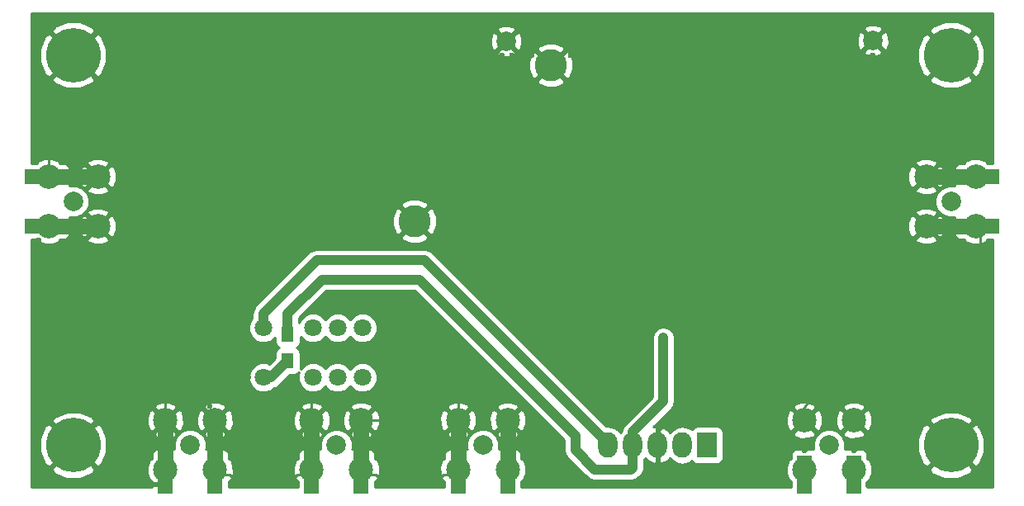
<source format=gbl>
G04 #@! TF.FileFunction,Copper,L2,Bot,Signal*
%FSLAX46Y46*%
G04 Gerber Fmt 4.6, Leading zero omitted, Abs format (unit mm)*
G04 Created by KiCad (PCBNEW 4.0.7) date 01/20/18 22:38:23*
%MOMM*%
%LPD*%
G01*
G04 APERTURE LIST*
%ADD10C,0.100000*%
%ADD11C,0.600000*%
%ADD12C,2.000000*%
%ADD13C,1.800000*%
%ADD14C,1.998980*%
%ADD15C,2.499360*%
%ADD16R,1.500000X4.000000*%
%ADD17R,2.000000X2.600000*%
%ADD18O,2.000000X2.600000*%
%ADD19R,4.000000X1.500000*%
%ADD20C,5.600000*%
%ADD21R,1.300000X1.500000*%
%ADD22C,3.300000*%
%ADD23C,0.250000*%
%ADD24C,1.600000*%
%ADD25C,1.000000*%
%ADD26C,0.254000*%
G04 APERTURE END LIST*
D10*
D11*
X186000000Y-94000000D03*
X187000000Y-94000000D03*
X186000000Y-95000000D03*
X187000000Y-95000000D03*
X186000000Y-96000000D03*
X187000000Y-96000000D03*
X186000000Y-97000000D03*
X187000000Y-97000000D03*
X186000000Y-98000000D03*
X187000000Y-98000000D03*
X186000000Y-99000000D03*
X187000000Y-99000000D03*
X186000000Y-100000000D03*
X187000000Y-100000000D03*
X188000000Y-94000000D03*
X188000000Y-95000000D03*
X188000000Y-96000000D03*
X188000000Y-97000000D03*
X188000000Y-98000000D03*
X188000000Y-99000000D03*
X188000000Y-100000000D03*
X93000000Y-94000000D03*
X94000000Y-94000000D03*
X95000000Y-94000000D03*
X93000000Y-95000000D03*
X94000000Y-95000000D03*
X95000000Y-95000000D03*
X93000000Y-96000000D03*
X94000000Y-96000000D03*
X95000000Y-96000000D03*
X93000000Y-97000000D03*
X94000000Y-97000000D03*
X95000000Y-97000000D03*
X93000000Y-98000000D03*
X94000000Y-98000000D03*
X95000000Y-98000000D03*
X93000000Y-99000000D03*
X94000000Y-99000000D03*
X95000000Y-99000000D03*
X92000000Y-94000000D03*
X92000000Y-95000000D03*
X92000000Y-96000000D03*
X92000000Y-97000000D03*
X92000000Y-98000000D03*
X92000000Y-99000000D03*
X188000000Y-128000000D03*
X188000000Y-127000000D03*
X188000000Y-126000000D03*
X188000000Y-125000000D03*
X188000000Y-124000000D03*
X188000000Y-123000000D03*
X188000000Y-122000000D03*
X188000000Y-121000000D03*
X188000000Y-120000000D03*
X188000000Y-119000000D03*
X188000000Y-118000000D03*
X188000000Y-117000000D03*
X188000000Y-116000000D03*
X188000000Y-115000000D03*
X188000000Y-114000000D03*
X188000000Y-113000000D03*
X188000000Y-112000000D03*
X188000000Y-111000000D03*
X127000000Y-91000000D03*
X126000000Y-91000000D03*
X125000000Y-91000000D03*
X124000000Y-91000000D03*
X123000000Y-91000000D03*
X122000000Y-91000000D03*
X121000000Y-91000000D03*
X120000000Y-91000000D03*
X119000000Y-91000000D03*
X118000000Y-91000000D03*
X117000000Y-91000000D03*
X116000000Y-91000000D03*
X115000000Y-91000000D03*
X114000000Y-91000000D03*
X113000000Y-91000000D03*
X112000000Y-91000000D03*
X111000000Y-91000000D03*
X110000000Y-91000000D03*
X109000000Y-91000000D03*
X108000000Y-91000000D03*
X107000000Y-91000000D03*
X106000000Y-91000000D03*
X105000000Y-91000000D03*
X104000000Y-91000000D03*
X103000000Y-91000000D03*
X102000000Y-91000000D03*
X101000000Y-91000000D03*
X100000000Y-91000000D03*
X99000000Y-91000000D03*
X127000000Y-90000000D03*
X126000000Y-90000000D03*
X125000000Y-90000000D03*
X124000000Y-90000000D03*
X123000000Y-90000000D03*
X122000000Y-90000000D03*
X121000000Y-90000000D03*
X120000000Y-90000000D03*
X119000000Y-90000000D03*
X118000000Y-90000000D03*
X117000000Y-90000000D03*
X116000000Y-90000000D03*
X115000000Y-90000000D03*
X114000000Y-90000000D03*
X113000000Y-90000000D03*
X112000000Y-90000000D03*
X111000000Y-90000000D03*
X110000000Y-90000000D03*
X109000000Y-90000000D03*
X108000000Y-90000000D03*
X107000000Y-90000000D03*
X106000000Y-90000000D03*
X105000000Y-90000000D03*
X104000000Y-90000000D03*
X103000000Y-90000000D03*
X102000000Y-90000000D03*
X101000000Y-90000000D03*
X100000000Y-90000000D03*
X99000000Y-90000000D03*
X127000000Y-89000000D03*
X126000000Y-89000000D03*
X125000000Y-89000000D03*
X124000000Y-89000000D03*
X123000000Y-89000000D03*
X122000000Y-89000000D03*
X121000000Y-89000000D03*
X120000000Y-89000000D03*
X119000000Y-89000000D03*
X118000000Y-89000000D03*
X117000000Y-89000000D03*
X116000000Y-89000000D03*
X115000000Y-89000000D03*
X114000000Y-89000000D03*
X113000000Y-89000000D03*
X112000000Y-89000000D03*
X111000000Y-89000000D03*
X110000000Y-89000000D03*
X109000000Y-89000000D03*
X108000000Y-89000000D03*
X107000000Y-89000000D03*
X106000000Y-89000000D03*
X105000000Y-89000000D03*
X104000000Y-89000000D03*
X103000000Y-89000000D03*
X102000000Y-89000000D03*
X101000000Y-89000000D03*
X100000000Y-89000000D03*
X99000000Y-89000000D03*
X127000000Y-88000000D03*
X126000000Y-88000000D03*
X125000000Y-88000000D03*
X124000000Y-88000000D03*
X123000000Y-88000000D03*
X122000000Y-88000000D03*
X121000000Y-88000000D03*
X120000000Y-88000000D03*
X119000000Y-88000000D03*
X118000000Y-88000000D03*
X117000000Y-88000000D03*
X116000000Y-88000000D03*
X115000000Y-88000000D03*
X114000000Y-88000000D03*
X113000000Y-88000000D03*
X112000000Y-88000000D03*
X111000000Y-88000000D03*
X110000000Y-88000000D03*
X109000000Y-88000000D03*
X108000000Y-88000000D03*
X107000000Y-88000000D03*
X106000000Y-88000000D03*
X105000000Y-88000000D03*
X104000000Y-88000000D03*
X103000000Y-88000000D03*
X102000000Y-88000000D03*
X101000000Y-88000000D03*
X100000000Y-88000000D03*
X99000000Y-88000000D03*
X127000000Y-87000000D03*
X126000000Y-87000000D03*
X125000000Y-87000000D03*
X124000000Y-87000000D03*
X123000000Y-87000000D03*
X122000000Y-87000000D03*
X121000000Y-87000000D03*
X120000000Y-87000000D03*
X119000000Y-87000000D03*
X118000000Y-87000000D03*
X117000000Y-87000000D03*
X116000000Y-87000000D03*
X115000000Y-87000000D03*
X114000000Y-87000000D03*
X113000000Y-87000000D03*
X112000000Y-87000000D03*
X111000000Y-87000000D03*
X110000000Y-87000000D03*
X109000000Y-87000000D03*
X108000000Y-87000000D03*
X107000000Y-87000000D03*
X106000000Y-87000000D03*
X105000000Y-87000000D03*
X104000000Y-87000000D03*
X103000000Y-87000000D03*
X102000000Y-87000000D03*
X101000000Y-87000000D03*
X100000000Y-87000000D03*
X99000000Y-87000000D03*
X91000000Y-101000000D03*
X91000000Y-100000000D03*
X91000000Y-99000000D03*
X91000000Y-98000000D03*
X91000000Y-97000000D03*
X91000000Y-96000000D03*
X91000000Y-95000000D03*
X91000000Y-94000000D03*
X91000000Y-93000000D03*
X91000000Y-92000000D03*
X91000000Y-91000000D03*
X91000000Y-90000000D03*
X91000000Y-89000000D03*
X91000000Y-88000000D03*
X91000000Y-87000000D03*
X189000000Y-101000000D03*
X189000000Y-100000000D03*
X189000000Y-99000000D03*
X189000000Y-98000000D03*
X189000000Y-97000000D03*
X189000000Y-96000000D03*
X189000000Y-95000000D03*
X189000000Y-94000000D03*
X189000000Y-93000000D03*
X189000000Y-92000000D03*
X189000000Y-91000000D03*
X189000000Y-90000000D03*
X189000000Y-89000000D03*
X189000000Y-88000000D03*
X189000000Y-87000000D03*
X189000000Y-133000000D03*
X189000000Y-132000000D03*
X189000000Y-131000000D03*
X189000000Y-130000000D03*
X189000000Y-129000000D03*
X189000000Y-128000000D03*
X189000000Y-127000000D03*
X189000000Y-126000000D03*
X189000000Y-125000000D03*
X189000000Y-124000000D03*
X189000000Y-123000000D03*
X189000000Y-122000000D03*
X189000000Y-121000000D03*
X189000000Y-120000000D03*
X189000000Y-119000000D03*
X189000000Y-118000000D03*
X189000000Y-117000000D03*
X189000000Y-116000000D03*
X189000000Y-115000000D03*
X189000000Y-114000000D03*
X189000000Y-113000000D03*
X189000000Y-112000000D03*
X189000000Y-111000000D03*
X189000000Y-110000000D03*
X188500000Y-134000000D03*
X187500000Y-134000000D03*
X186500000Y-134000000D03*
X185500000Y-134000000D03*
X184500000Y-134000000D03*
X183500000Y-134000000D03*
X182500000Y-134000000D03*
X181500000Y-134000000D03*
X180500000Y-134000000D03*
X179500000Y-134000000D03*
X178500000Y-134000000D03*
X177500000Y-134000000D03*
X176500000Y-134000000D03*
X168500000Y-134000000D03*
X167500000Y-134000000D03*
X166500000Y-134000000D03*
X165500000Y-134000000D03*
X164500000Y-134000000D03*
X163500000Y-134000000D03*
X162500000Y-134000000D03*
X161500000Y-134000000D03*
X160500000Y-134000000D03*
X159500000Y-134000000D03*
X158500000Y-134000000D03*
X157500000Y-134000000D03*
X156500000Y-134000000D03*
X155500000Y-134000000D03*
X154500000Y-134000000D03*
X153500000Y-134000000D03*
X152500000Y-134000000D03*
X151500000Y-134000000D03*
X150500000Y-134000000D03*
X149500000Y-134000000D03*
X148500000Y-134000000D03*
X147500000Y-134000000D03*
X146500000Y-134000000D03*
X145500000Y-134000000D03*
X144500000Y-134000000D03*
X143500000Y-134000000D03*
X142500000Y-134000000D03*
X141500000Y-134000000D03*
X104500000Y-134000000D03*
X103500000Y-134000000D03*
X102500000Y-134000000D03*
X101500000Y-134000000D03*
X100500000Y-134000000D03*
X99500000Y-134000000D03*
X98500000Y-134000000D03*
X97500000Y-134000000D03*
X96500000Y-134000000D03*
X95500000Y-134000000D03*
X94500000Y-134000000D03*
X93500000Y-134000000D03*
X92500000Y-134000000D03*
X91500000Y-134000000D03*
X91500000Y-133000000D03*
X91500000Y-132000000D03*
X91500000Y-131000000D03*
X91500000Y-130000000D03*
X91500000Y-129000000D03*
X91500000Y-128000000D03*
X91500000Y-127000000D03*
X91500000Y-126000000D03*
X91500000Y-125000000D03*
X91500000Y-124000000D03*
X91500000Y-123000000D03*
X91500000Y-122000000D03*
X91500000Y-121000000D03*
X91500000Y-120000000D03*
X91500000Y-119000000D03*
X91500000Y-118000000D03*
X91500000Y-117000000D03*
X91500000Y-116000000D03*
X91500000Y-115000000D03*
X91500000Y-114000000D03*
X91500000Y-113000000D03*
X91500000Y-112000000D03*
X91500000Y-111000000D03*
X91500000Y-110000000D03*
X91500000Y-109000000D03*
X189000000Y-86000000D03*
X188000000Y-86000000D03*
X187000000Y-86000000D03*
X186000000Y-86000000D03*
X185000000Y-86000000D03*
X184000000Y-86000000D03*
X183000000Y-86000000D03*
X182000000Y-86000000D03*
X181000000Y-86000000D03*
X180000000Y-86000000D03*
X179000000Y-86000000D03*
X178000000Y-86000000D03*
X177000000Y-86000000D03*
X176000000Y-86000000D03*
X175000000Y-86000000D03*
X174000000Y-86000000D03*
X173000000Y-86000000D03*
X172000000Y-86000000D03*
X171000000Y-86000000D03*
X170000000Y-86000000D03*
X169000000Y-86000000D03*
X168000000Y-86000000D03*
X167000000Y-86000000D03*
X166000000Y-86000000D03*
X165000000Y-86000000D03*
X164000000Y-86000000D03*
X163000000Y-86000000D03*
X162000000Y-86000000D03*
X161000000Y-86000000D03*
X160000000Y-86000000D03*
X159000000Y-86000000D03*
X158000000Y-86000000D03*
X157000000Y-86000000D03*
X156000000Y-86000000D03*
X155000000Y-86000000D03*
X154000000Y-86000000D03*
X153000000Y-86000000D03*
X152000000Y-86000000D03*
X151000000Y-86000000D03*
X150000000Y-86000000D03*
X149000000Y-86000000D03*
X148000000Y-86000000D03*
X147000000Y-86000000D03*
X146000000Y-86000000D03*
X145000000Y-86000000D03*
X144000000Y-86000000D03*
X143000000Y-86000000D03*
X142000000Y-86000000D03*
X141000000Y-86000000D03*
X140000000Y-86000000D03*
X139000000Y-86000000D03*
X138000000Y-86000000D03*
X137000000Y-86000000D03*
X136000000Y-86000000D03*
X135000000Y-86000000D03*
X134000000Y-86000000D03*
X133000000Y-86000000D03*
X132000000Y-86000000D03*
X131000000Y-86000000D03*
X130000000Y-86000000D03*
X129000000Y-86000000D03*
X128000000Y-86000000D03*
X127000000Y-86000000D03*
X126000000Y-86000000D03*
X125000000Y-86000000D03*
X124000000Y-86000000D03*
X123000000Y-86000000D03*
X122000000Y-86000000D03*
X121000000Y-86000000D03*
X120000000Y-86000000D03*
X119000000Y-86000000D03*
X118000000Y-86000000D03*
X117000000Y-86000000D03*
X116000000Y-86000000D03*
X115000000Y-86000000D03*
X114000000Y-86000000D03*
X113000000Y-86000000D03*
X112000000Y-86000000D03*
X111000000Y-86000000D03*
X110000000Y-86000000D03*
X109000000Y-86000000D03*
X108000000Y-86000000D03*
X107000000Y-86000000D03*
X106000000Y-86000000D03*
X105000000Y-86000000D03*
X104000000Y-86000000D03*
X103000000Y-86000000D03*
X102000000Y-86000000D03*
X101000000Y-86000000D03*
X100000000Y-86000000D03*
X99000000Y-86000000D03*
X98000000Y-86000000D03*
X97000000Y-86000000D03*
X96000000Y-86000000D03*
X95000000Y-86000000D03*
X94000000Y-86000000D03*
X93000000Y-86000000D03*
X92000000Y-86000000D03*
X94500000Y-126000000D03*
X93500000Y-126000000D03*
X92500000Y-126000000D03*
X94500000Y-125000000D03*
X93500000Y-125000000D03*
X92500000Y-125000000D03*
X94500000Y-124000000D03*
X93500000Y-124000000D03*
X92500000Y-124000000D03*
X94500000Y-123000000D03*
X93500000Y-123000000D03*
X92500000Y-123000000D03*
X94500000Y-122000000D03*
X93500000Y-122000000D03*
X92500000Y-122000000D03*
X94500000Y-121000000D03*
X93500000Y-121000000D03*
X92500000Y-121000000D03*
X94500000Y-120000000D03*
X93500000Y-120000000D03*
X92500000Y-120000000D03*
X94500000Y-119000000D03*
X93500000Y-119000000D03*
X92500000Y-119000000D03*
X94500000Y-118000000D03*
X93500000Y-118000000D03*
X92500000Y-118000000D03*
X94500000Y-117000000D03*
X93500000Y-117000000D03*
X92500000Y-117000000D03*
X94500000Y-116000000D03*
X93500000Y-116000000D03*
X92500000Y-116000000D03*
X94500000Y-115000000D03*
X93500000Y-115000000D03*
X92500000Y-115000000D03*
X94500000Y-114000000D03*
X93500000Y-114000000D03*
X92500000Y-114000000D03*
X94500000Y-113000000D03*
X93500000Y-113000000D03*
X92500000Y-113000000D03*
X94500000Y-112000000D03*
X93500000Y-112000000D03*
X92500000Y-112000000D03*
X94500000Y-111000000D03*
X93500000Y-111000000D03*
X187000000Y-126000000D03*
X186000000Y-126000000D03*
X187000000Y-125000000D03*
X186000000Y-125000000D03*
X187000000Y-124000000D03*
X186000000Y-124000000D03*
X187000000Y-123000000D03*
X186000000Y-123000000D03*
X187000000Y-122000000D03*
X186000000Y-122000000D03*
X187000000Y-121000000D03*
X186000000Y-121000000D03*
X187000000Y-120000000D03*
X186000000Y-120000000D03*
X187000000Y-119000000D03*
X186000000Y-119000000D03*
X187000000Y-118000000D03*
X186000000Y-118000000D03*
X187000000Y-117000000D03*
X186000000Y-117000000D03*
X187000000Y-116000000D03*
X186000000Y-116000000D03*
X187000000Y-115000000D03*
X186000000Y-115000000D03*
X187000000Y-114000000D03*
X186000000Y-114000000D03*
X187000000Y-113000000D03*
X186000000Y-113000000D03*
X187000000Y-112000000D03*
X186000000Y-112000000D03*
X187000000Y-111000000D03*
X186000000Y-111000000D03*
D12*
X139405000Y-88570000D03*
X177000000Y-88500000D03*
D13*
X114500000Y-123040000D03*
X114500000Y-117960000D03*
X124660000Y-123040000D03*
X119580000Y-123040000D03*
X122100000Y-123040000D03*
X124660000Y-117960000D03*
X119580000Y-117960000D03*
X122120000Y-117960000D03*
D14*
X95000000Y-105000000D03*
D15*
X97540000Y-102460000D03*
X97540000Y-107540000D03*
X92460000Y-107540000D03*
X92460000Y-102460000D03*
D16*
X109540000Y-133000000D03*
X104460000Y-133000000D03*
D14*
X107000000Y-130000000D03*
D15*
X109540000Y-127460000D03*
X109540000Y-132540000D03*
X104460000Y-132540000D03*
X104460000Y-127460000D03*
D16*
X124540000Y-133000000D03*
X119460000Y-133000000D03*
D14*
X122000000Y-130000000D03*
D15*
X124540000Y-127460000D03*
X124540000Y-132540000D03*
X119460000Y-132540000D03*
X119460000Y-127460000D03*
D17*
X160000000Y-130000000D03*
D18*
X157460000Y-130000000D03*
X154920000Y-130000000D03*
X152380000Y-130000000D03*
X149840000Y-130000000D03*
D19*
X92000000Y-107540000D03*
X92000000Y-102460000D03*
X188000000Y-102460000D03*
X188000000Y-107540000D03*
D14*
X185000000Y-105000000D03*
D15*
X187540000Y-102460000D03*
X187540000Y-107540000D03*
X182460000Y-107540000D03*
X182460000Y-102460000D03*
D20*
X95000000Y-130000000D03*
X185000000Y-130000000D03*
X95000000Y-90000000D03*
X185000000Y-90000000D03*
D16*
X139540000Y-133000000D03*
X134460000Y-133000000D03*
D14*
X137000000Y-130000000D03*
D15*
X139540000Y-127460000D03*
X139540000Y-132540000D03*
X134460000Y-132540000D03*
X134460000Y-127460000D03*
D14*
X172500000Y-130000000D03*
D15*
X175040000Y-127460000D03*
X175040000Y-132540000D03*
X169960000Y-132540000D03*
X169960000Y-127460000D03*
D16*
X175040000Y-133000000D03*
X169960000Y-133000000D03*
D21*
X117000000Y-121350000D03*
X117000000Y-118650000D03*
D22*
X144000000Y-91000000D03*
X130000000Y-107000000D03*
D11*
X92500000Y-111000000D03*
X91000000Y-86000000D03*
X131000000Y-134000000D03*
X130000000Y-134000000D03*
X129000000Y-134000000D03*
X128000000Y-134000000D03*
X116000000Y-134000000D03*
X115000000Y-134000000D03*
X114000000Y-134000000D03*
X113000000Y-134000000D03*
X144000000Y-120000000D03*
X145000000Y-120000000D03*
X146000000Y-120000000D03*
X147000000Y-120000000D03*
X147000000Y-121000000D03*
X147000000Y-122000000D03*
X147000000Y-123000000D03*
X167000000Y-103000000D03*
X168000000Y-104000000D03*
X169000000Y-105000000D03*
X170000000Y-106000000D03*
X171000000Y-107000000D03*
X172000000Y-108000000D03*
X173000000Y-109000000D03*
X174000000Y-110000000D03*
X174000000Y-111000000D03*
X174000000Y-112000000D03*
X174000000Y-113000000D03*
X174000000Y-114000000D03*
X174000000Y-115000000D03*
X174000000Y-119000000D03*
X174000000Y-120000000D03*
X174000000Y-121000000D03*
X174000000Y-122000000D03*
X174000000Y-123000000D03*
X159000000Y-109000000D03*
X158000000Y-109000000D03*
X157000000Y-109000000D03*
X156000000Y-109000000D03*
X155000000Y-109000000D03*
X154000000Y-109000000D03*
X153000000Y-109000000D03*
X152000000Y-109000000D03*
X151000000Y-109000000D03*
X150000000Y-109000000D03*
X149000000Y-109000000D03*
X148000000Y-109000000D03*
X147000000Y-109000000D03*
X146000000Y-107000000D03*
X146000000Y-106000000D03*
X146000000Y-105000000D03*
X146000000Y-104000000D03*
X146000000Y-103000000D03*
X148000000Y-102000000D03*
X149000000Y-102000000D03*
X150000000Y-102000000D03*
X151000000Y-102000000D03*
X152000000Y-102000000D03*
X153000000Y-103000000D03*
X154000000Y-103000000D03*
X155000000Y-103000000D03*
X156000000Y-103000000D03*
X157000000Y-103000000D03*
X146000000Y-102000000D03*
X147000000Y-102000000D03*
X146000000Y-108000000D03*
X166000000Y-103000000D03*
X165000000Y-103000000D03*
X164000000Y-103000000D03*
X163000000Y-103000000D03*
X162000000Y-103000000D03*
X161000000Y-103000000D03*
X160000000Y-103000000D03*
X159000000Y-103000000D03*
X158000000Y-103000000D03*
X171000000Y-112000000D03*
X171000000Y-113000000D03*
X171000000Y-114000000D03*
X171000000Y-115000000D03*
X171000000Y-116000000D03*
X171000000Y-117000000D03*
X171000000Y-118000000D03*
X171000000Y-119000000D03*
X171000000Y-120000000D03*
X171000000Y-121000000D03*
X171000000Y-122000000D03*
X171000000Y-123000000D03*
X171000000Y-124000000D03*
X171000000Y-125000000D03*
X170000000Y-111000000D03*
X169000000Y-110000000D03*
X168000000Y-109000000D03*
X167000000Y-109000000D03*
X166000000Y-109000000D03*
X165000000Y-109000000D03*
X164000000Y-109000000D03*
X127000000Y-118000000D03*
X133000000Y-119000000D03*
X132000000Y-119000000D03*
X131000000Y-119000000D03*
X130000000Y-119000000D03*
X129000000Y-119000000D03*
X128000000Y-119000000D03*
X127000000Y-119000000D03*
X186000000Y-101000000D03*
X185000000Y-101000000D03*
X184000000Y-101000000D03*
X184000000Y-100000000D03*
X98000000Y-110000000D03*
X182000000Y-110000000D03*
X128000000Y-104000000D03*
X129000000Y-103000000D03*
X130000000Y-102000000D03*
X131000000Y-101000000D03*
X132000000Y-100000000D03*
X133000000Y-100000000D03*
X134000000Y-100000000D03*
X135000000Y-100000000D03*
X136000000Y-100000000D03*
X137000000Y-100000000D03*
X138000000Y-100000000D03*
X139000000Y-100000000D03*
X140000000Y-100000000D03*
X141000000Y-100000000D03*
X142000000Y-100000000D03*
X143000000Y-100000000D03*
X144000000Y-100000000D03*
X145000000Y-100000000D03*
X146000000Y-100000000D03*
X147000000Y-100000000D03*
X148000000Y-100000000D03*
X149000000Y-100000000D03*
X150000000Y-100000000D03*
X151000000Y-100000000D03*
X152000000Y-100000000D03*
X153000000Y-100000000D03*
X154000000Y-100000000D03*
X155000000Y-100000000D03*
X156000000Y-100000000D03*
X157000000Y-100000000D03*
X158000000Y-100000000D03*
X159000000Y-100000000D03*
X160000000Y-100000000D03*
X161000000Y-100000000D03*
X162000000Y-100000000D03*
X163000000Y-100000000D03*
X164000000Y-100000000D03*
X165000000Y-100000000D03*
X166000000Y-100000000D03*
X167000000Y-100000000D03*
X168000000Y-100000000D03*
X169000000Y-100000000D03*
X170000000Y-100000000D03*
X171000000Y-100000000D03*
X172000000Y-100000000D03*
X127000000Y-105000000D03*
X126000000Y-105000000D03*
X125000000Y-105000000D03*
X124000000Y-105000000D03*
X123000000Y-105000000D03*
X122000000Y-105000000D03*
X121000000Y-105000000D03*
X120000000Y-105000000D03*
X119000000Y-105000000D03*
X118000000Y-105000000D03*
X117000000Y-105000000D03*
X116000000Y-105000000D03*
X115000000Y-105000000D03*
X114000000Y-105000000D03*
X113000000Y-105000000D03*
X112000000Y-105000000D03*
X111000000Y-106000000D03*
X110000000Y-107000000D03*
X109000000Y-108000000D03*
X108000000Y-109000000D03*
X107000000Y-110000000D03*
X106000000Y-110000000D03*
X105000000Y-110000000D03*
X104000000Y-110000000D03*
X103000000Y-110000000D03*
X102000000Y-110000000D03*
X101000000Y-110000000D03*
X100000000Y-110000000D03*
X99000000Y-110000000D03*
X97000000Y-110000000D03*
X96000000Y-110000000D03*
X95000000Y-110000000D03*
X94000000Y-110000000D03*
X172000000Y-104000000D03*
X172000000Y-103000000D03*
X172000000Y-102000000D03*
X172000000Y-101000000D03*
X173000000Y-105000000D03*
X174000000Y-106000000D03*
X175000000Y-107000000D03*
X176000000Y-108000000D03*
X177000000Y-109000000D03*
X178000000Y-110000000D03*
X179000000Y-110000000D03*
X180000000Y-110000000D03*
X181000000Y-110000000D03*
X183000000Y-110000000D03*
X184000000Y-110000000D03*
X185000000Y-110000000D03*
X186000000Y-110000000D03*
X187000000Y-110000000D03*
X188000000Y-110000000D03*
X113000000Y-119000000D03*
X105000000Y-125000000D03*
X105000000Y-124000000D03*
X105000000Y-123000000D03*
X106000000Y-122000000D03*
X107000000Y-121000000D03*
X108000000Y-120000000D03*
X109000000Y-119000000D03*
X110000000Y-119000000D03*
X111000000Y-119000000D03*
X112000000Y-119000000D03*
X113000000Y-125000000D03*
X113000000Y-124000000D03*
X113000000Y-123000000D03*
X113000000Y-122000000D03*
X112000000Y-122000000D03*
X111000000Y-123000000D03*
X110000000Y-124000000D03*
X109000000Y-125000000D03*
X109000000Y-126000000D03*
X116000000Y-125000000D03*
X117000000Y-125000000D03*
X118000000Y-125000000D03*
X119000000Y-125000000D03*
X120000000Y-125000000D03*
X135000000Y-125000000D03*
X134000000Y-124000000D03*
X133000000Y-123000000D03*
X132000000Y-122000000D03*
X131000000Y-122000000D03*
X130000000Y-122000000D03*
X129000000Y-122000000D03*
X128000000Y-122000000D03*
X127000000Y-122000000D03*
X127000000Y-123000000D03*
X127000000Y-124000000D03*
X127000000Y-125000000D03*
X127000000Y-126000000D03*
X127000000Y-127000000D03*
X139000000Y-125000000D03*
X138000000Y-123000000D03*
X137000000Y-122000000D03*
X136000000Y-121000000D03*
X135000000Y-120000000D03*
X134000000Y-119000000D03*
X120000000Y-116000000D03*
X121000000Y-116000000D03*
X122000000Y-116000000D03*
X123000000Y-116000000D03*
X124000000Y-116000000D03*
X125000000Y-116000000D03*
X126000000Y-116000000D03*
X127000000Y-116000000D03*
X127000000Y-117000000D03*
X158000000Y-119500000D03*
X158000000Y-121500000D03*
X158000000Y-123500000D03*
X158000000Y-125500000D03*
X132000000Y-134000000D03*
X127000000Y-134000000D03*
X117000000Y-134000000D03*
X112000000Y-134000000D03*
X182000000Y-100000000D03*
X183000000Y-100000000D03*
X181000000Y-100000000D03*
X181000000Y-99000000D03*
X181000000Y-98000000D03*
X181000000Y-97000000D03*
X181000000Y-96000000D03*
X181000000Y-95000000D03*
X181000000Y-94000000D03*
X181000000Y-93000000D03*
X181000000Y-92000000D03*
X181000000Y-91000000D03*
X181000000Y-90000000D03*
X180000000Y-90000000D03*
X179000000Y-90000000D03*
X178000000Y-90000000D03*
X177000000Y-90000000D03*
X176000000Y-90000000D03*
X175000000Y-90000000D03*
X174000000Y-90000000D03*
X173000000Y-90000000D03*
X172000000Y-90000000D03*
X171000000Y-90000000D03*
X170000000Y-90000000D03*
X169000000Y-90000000D03*
X168000000Y-90000000D03*
X167000000Y-90000000D03*
X166000000Y-90000000D03*
X165000000Y-90000000D03*
X164000000Y-90000000D03*
X163000000Y-90000000D03*
X162000000Y-90000000D03*
X161000000Y-90000000D03*
X160000000Y-90000000D03*
X159000000Y-90000000D03*
X158000000Y-90000000D03*
X157000000Y-90000000D03*
X156000000Y-90000000D03*
X155000000Y-90000000D03*
X154000000Y-90000000D03*
X153000000Y-90000000D03*
X152000000Y-90000000D03*
X151000000Y-90000000D03*
X150000000Y-90000000D03*
X149000000Y-90000000D03*
X148000000Y-90000000D03*
X147000000Y-90000000D03*
X146000000Y-90000000D03*
X142000000Y-90000000D03*
X141000000Y-90000000D03*
X140000000Y-90000000D03*
X139000000Y-90000000D03*
X138000000Y-90000000D03*
X137000000Y-90000000D03*
X136000000Y-90000000D03*
X135000000Y-90000000D03*
X134000000Y-90000000D03*
X133000000Y-90000000D03*
X132000000Y-90000000D03*
X131000000Y-90000000D03*
X130000000Y-90000000D03*
X129000000Y-90000000D03*
X128000000Y-91000000D03*
X127000000Y-92000000D03*
X126000000Y-93000000D03*
X125000000Y-94000000D03*
X124000000Y-95000000D03*
X123000000Y-95000000D03*
X122000000Y-95000000D03*
X121000000Y-95000000D03*
X120000000Y-95000000D03*
X119000000Y-95000000D03*
X118000000Y-95000000D03*
X118000000Y-94000000D03*
X118000000Y-93000000D03*
X117000000Y-92000000D03*
X116000000Y-92000000D03*
X115000000Y-92000000D03*
X114000000Y-92000000D03*
X113000000Y-92000000D03*
X112000000Y-92000000D03*
X112000000Y-93000000D03*
X112000000Y-94000000D03*
X112000000Y-95000000D03*
X111000000Y-95000000D03*
X110000000Y-95000000D03*
X109000000Y-95000000D03*
X108000000Y-95000000D03*
X107000000Y-96000000D03*
X106000000Y-97000000D03*
X105000000Y-98000000D03*
X104000000Y-99000000D03*
X103000000Y-100000000D03*
X102000000Y-100000000D03*
X101000000Y-100000000D03*
X100000000Y-100000000D03*
X99000000Y-100000000D03*
X98000000Y-100000000D03*
X97000000Y-100000000D03*
X96000000Y-100000000D03*
X95000000Y-100000000D03*
X93000000Y-100000000D03*
X155500000Y-119000000D03*
X155500000Y-121000000D03*
X155500000Y-122500000D03*
D23*
X146000000Y-120000000D02*
X145000000Y-120000000D01*
X147000000Y-121000000D02*
X147000000Y-120000000D01*
X147000000Y-123000000D02*
X147000000Y-122000000D01*
X176000000Y-116000000D02*
X176000000Y-115000000D01*
X168000000Y-104000000D02*
X167000000Y-103000000D01*
X170000000Y-106000000D02*
X169000000Y-105000000D01*
X172000000Y-108000000D02*
X171000000Y-107000000D01*
X174000000Y-110000000D02*
X173000000Y-109000000D01*
X174000000Y-112000000D02*
X174000000Y-111000000D01*
X174000000Y-114000000D02*
X174000000Y-113000000D01*
X176000000Y-115000000D02*
X174000000Y-115000000D01*
X174000000Y-121000000D02*
X174000000Y-120000000D01*
X174000000Y-123000000D02*
X174000000Y-122000000D01*
X157000000Y-103000000D02*
X158000000Y-103000000D01*
X159000000Y-109000000D02*
X158000000Y-109000000D01*
X157000000Y-109000000D02*
X156000000Y-109000000D01*
X155000000Y-109000000D02*
X154000000Y-109000000D01*
X153000000Y-109000000D02*
X152000000Y-109000000D01*
X151000000Y-109000000D02*
X150000000Y-109000000D01*
X149000000Y-109000000D02*
X148000000Y-109000000D01*
X146000000Y-107000000D02*
X146000000Y-106000000D01*
X146000000Y-105000000D02*
X146000000Y-104000000D01*
X148000000Y-102000000D02*
X149000000Y-102000000D01*
X150000000Y-102000000D02*
X151000000Y-102000000D01*
X152000000Y-102000000D02*
X153000000Y-103000000D01*
X154000000Y-103000000D02*
X155000000Y-103000000D01*
X156000000Y-103000000D02*
X157000000Y-103000000D01*
X146000000Y-103000000D02*
X146000000Y-102000000D01*
X147000000Y-109000000D02*
X146000000Y-108000000D01*
X165000000Y-103000000D02*
X166000000Y-103000000D01*
X163000000Y-103000000D02*
X164000000Y-103000000D01*
X161000000Y-103000000D02*
X162000000Y-103000000D01*
X159000000Y-103000000D02*
X160000000Y-103000000D01*
X169960000Y-127460000D02*
X169960000Y-126040000D01*
X171000000Y-112000000D02*
X170000000Y-111000000D01*
X171000000Y-114000000D02*
X171000000Y-113000000D01*
X171000000Y-116000000D02*
X171000000Y-115000000D01*
X171000000Y-118000000D02*
X171000000Y-117000000D01*
X171000000Y-120000000D02*
X171000000Y-119000000D01*
X171000000Y-122000000D02*
X171000000Y-121000000D01*
X171000000Y-124000000D02*
X171000000Y-123000000D01*
X169960000Y-126040000D02*
X171000000Y-125000000D01*
X170000000Y-111000000D02*
X169000000Y-110000000D01*
X169000000Y-110000000D02*
X170000000Y-111000000D01*
X169000000Y-110000000D02*
X168000000Y-109000000D01*
X167000000Y-109000000D02*
X166000000Y-109000000D01*
X165000000Y-109000000D02*
X164000000Y-109000000D01*
X127000000Y-118000000D02*
X127000000Y-119000000D01*
X127000000Y-117000000D02*
X127000000Y-118000000D01*
X132000000Y-119000000D02*
X133000000Y-119000000D01*
X130000000Y-119000000D02*
X131000000Y-119000000D01*
X128000000Y-119000000D02*
X129000000Y-119000000D01*
X92460000Y-102460000D02*
X92460000Y-100540000D01*
X185000000Y-101000000D02*
X186000000Y-101000000D01*
X184000000Y-100000000D02*
X184000000Y-101000000D01*
X92460000Y-100540000D02*
X93000000Y-100000000D01*
X99000000Y-110000000D02*
X98000000Y-110000000D01*
X183000000Y-110000000D02*
X182000000Y-110000000D01*
X172000000Y-100000000D02*
X172000000Y-101000000D01*
X128000000Y-104000000D02*
X129000000Y-103000000D01*
X130000000Y-102000000D02*
X131000000Y-101000000D01*
X132000000Y-100000000D02*
X133000000Y-100000000D01*
X134000000Y-100000000D02*
X135000000Y-100000000D01*
X136000000Y-100000000D02*
X137000000Y-100000000D01*
X138000000Y-100000000D02*
X139000000Y-100000000D01*
X140000000Y-100000000D02*
X141000000Y-100000000D01*
X142000000Y-100000000D02*
X143000000Y-100000000D01*
X144000000Y-100000000D02*
X145000000Y-100000000D01*
X146000000Y-100000000D02*
X147000000Y-100000000D01*
X148000000Y-100000000D02*
X149000000Y-100000000D01*
X150000000Y-100000000D02*
X151000000Y-100000000D01*
X152000000Y-100000000D02*
X153000000Y-100000000D01*
X154000000Y-100000000D02*
X155000000Y-100000000D01*
X156000000Y-100000000D02*
X157000000Y-100000000D01*
X158000000Y-100000000D02*
X159000000Y-100000000D01*
X160000000Y-100000000D02*
X161000000Y-100000000D01*
X162000000Y-100000000D02*
X163000000Y-100000000D01*
X164000000Y-100000000D02*
X165000000Y-100000000D01*
X166000000Y-100000000D02*
X167000000Y-100000000D01*
X168000000Y-100000000D02*
X169000000Y-100000000D01*
X170000000Y-100000000D02*
X171000000Y-100000000D01*
X126000000Y-105000000D02*
X127000000Y-105000000D01*
X124000000Y-105000000D02*
X125000000Y-105000000D01*
X122000000Y-105000000D02*
X123000000Y-105000000D01*
X120000000Y-105000000D02*
X121000000Y-105000000D01*
X118000000Y-105000000D02*
X119000000Y-105000000D01*
X116000000Y-105000000D02*
X117000000Y-105000000D01*
X114000000Y-105000000D02*
X115000000Y-105000000D01*
X112000000Y-105000000D02*
X113000000Y-105000000D01*
X110000000Y-107000000D02*
X111000000Y-106000000D01*
X108000000Y-109000000D02*
X109000000Y-108000000D01*
X106000000Y-110000000D02*
X107000000Y-110000000D01*
X104000000Y-110000000D02*
X105000000Y-110000000D01*
X102000000Y-110000000D02*
X103000000Y-110000000D01*
X100000000Y-110000000D02*
X101000000Y-110000000D01*
X96000000Y-110000000D02*
X97000000Y-110000000D01*
X94000000Y-110000000D02*
X95000000Y-110000000D01*
X172000000Y-104000000D02*
X173000000Y-105000000D01*
X172000000Y-102000000D02*
X172000000Y-103000000D01*
X173000000Y-105000000D02*
X174000000Y-106000000D01*
X174000000Y-106000000D02*
X173000000Y-105000000D01*
X174000000Y-106000000D02*
X175000000Y-107000000D01*
X176000000Y-108000000D02*
X177000000Y-109000000D01*
X178000000Y-110000000D02*
X179000000Y-110000000D01*
X180000000Y-110000000D02*
X181000000Y-110000000D01*
X184000000Y-110000000D02*
X185000000Y-110000000D01*
X186000000Y-110000000D02*
X187000000Y-110000000D01*
X188000000Y-110000000D02*
X188000000Y-107540000D01*
X104460000Y-125540000D02*
X105000000Y-125000000D01*
X105000000Y-124000000D02*
X105000000Y-123000000D01*
X106000000Y-122000000D02*
X107000000Y-121000000D01*
X108000000Y-120000000D02*
X109000000Y-119000000D01*
X110000000Y-119000000D02*
X111000000Y-119000000D01*
X113000000Y-119000000D02*
X112000000Y-119000000D01*
X104460000Y-125540000D02*
X104460000Y-127460000D01*
X113000000Y-123000000D02*
X113000000Y-124000000D01*
X112000000Y-122000000D02*
X113000000Y-122000000D01*
X110000000Y-124000000D02*
X111000000Y-123000000D01*
X109000000Y-126000000D02*
X109000000Y-125000000D01*
X119460000Y-127460000D02*
X119460000Y-125540000D01*
X117000000Y-125000000D02*
X116000000Y-125000000D01*
X119000000Y-125000000D02*
X118000000Y-125000000D01*
X119460000Y-125540000D02*
X120000000Y-125000000D01*
X124540000Y-127460000D02*
X126540000Y-127460000D01*
X134460000Y-125540000D02*
X134460000Y-127460000D01*
X135000000Y-125000000D02*
X134460000Y-125540000D01*
X133000000Y-123000000D02*
X134000000Y-124000000D01*
X131000000Y-122000000D02*
X132000000Y-122000000D01*
X129000000Y-122000000D02*
X130000000Y-122000000D01*
X127000000Y-122000000D02*
X128000000Y-122000000D01*
X127000000Y-124000000D02*
X127000000Y-123000000D01*
X127000000Y-126000000D02*
X127000000Y-125000000D01*
X126540000Y-127460000D02*
X127000000Y-127000000D01*
X139000000Y-125000000D02*
X138000000Y-124000000D01*
X138000000Y-124000000D02*
X138000000Y-123000000D01*
X137000000Y-122000000D02*
X136000000Y-121000000D01*
X135000000Y-120000000D02*
X134000000Y-119000000D01*
X121000000Y-116000000D02*
X120000000Y-116000000D01*
X123000000Y-116000000D02*
X122000000Y-116000000D01*
X125000000Y-116000000D02*
X124000000Y-116000000D01*
X127000000Y-116000000D02*
X126000000Y-116000000D01*
X154920000Y-130000000D02*
X154920000Y-128580000D01*
X158000000Y-123500000D02*
X158000000Y-121500000D01*
X154920000Y-128580000D02*
X158000000Y-125500000D01*
X175000000Y-127420000D02*
X175040000Y-127460000D01*
X188000000Y-102000000D02*
X188000000Y-102460000D01*
X182460000Y-101460000D02*
X182460000Y-102460000D01*
X175040000Y-132540000D02*
X175540000Y-132540000D01*
X124540000Y-133000000D02*
X126000000Y-133000000D01*
X133000000Y-133000000D02*
X134460000Y-133000000D01*
X132000000Y-134000000D02*
X133000000Y-133000000D01*
X126000000Y-133000000D02*
X127000000Y-134000000D01*
X109540000Y-133000000D02*
X111000000Y-133000000D01*
X118000000Y-133000000D02*
X119460000Y-133000000D01*
X117000000Y-134000000D02*
X118000000Y-133000000D01*
X111000000Y-133000000D02*
X112000000Y-134000000D01*
D24*
X104460000Y-127460000D02*
X104460000Y-133000000D01*
X109540000Y-127460000D02*
X109540000Y-133000000D01*
X119460000Y-127460000D02*
X119460000Y-133000000D01*
X124540000Y-127460000D02*
X124540000Y-133000000D01*
X134460000Y-127460000D02*
X134460000Y-133000000D01*
X139540000Y-127460000D02*
X139540000Y-133000000D01*
X92460000Y-102460000D02*
X97540000Y-102460000D01*
X92460000Y-107540000D02*
X97540000Y-107540000D01*
X188000000Y-107540000D02*
X182460000Y-107540000D01*
X188000000Y-102460000D02*
X182460000Y-102460000D01*
D23*
X183000000Y-100000000D02*
X182000000Y-100000000D01*
X181000000Y-99000000D02*
X181000000Y-100000000D01*
X181000000Y-97000000D02*
X181000000Y-98000000D01*
X181000000Y-95000000D02*
X181000000Y-96000000D01*
X181000000Y-93000000D02*
X181000000Y-94000000D01*
X181000000Y-91000000D02*
X181000000Y-92000000D01*
X180000000Y-90000000D02*
X181000000Y-90000000D01*
X178000000Y-90000000D02*
X179000000Y-90000000D01*
X176000000Y-90000000D02*
X177000000Y-90000000D01*
X174000000Y-90000000D02*
X175000000Y-90000000D01*
X172000000Y-90000000D02*
X173000000Y-90000000D01*
X170000000Y-90000000D02*
X171000000Y-90000000D01*
X168000000Y-90000000D02*
X169000000Y-90000000D01*
X166000000Y-90000000D02*
X167000000Y-90000000D01*
X164000000Y-90000000D02*
X165000000Y-90000000D01*
X162000000Y-90000000D02*
X163000000Y-90000000D01*
X160000000Y-90000000D02*
X161000000Y-90000000D01*
X158000000Y-90000000D02*
X159000000Y-90000000D01*
X156000000Y-90000000D02*
X157000000Y-90000000D01*
X154000000Y-90000000D02*
X155000000Y-90000000D01*
X152000000Y-90000000D02*
X153000000Y-90000000D01*
X150000000Y-90000000D02*
X151000000Y-90000000D01*
X148000000Y-90000000D02*
X149000000Y-90000000D01*
X146000000Y-90000000D02*
X147000000Y-90000000D01*
X144000000Y-90000000D02*
X145000000Y-90000000D01*
X140000000Y-90000000D02*
X141000000Y-90000000D01*
X138000000Y-90000000D02*
X139000000Y-90000000D01*
X136000000Y-90000000D02*
X137000000Y-90000000D01*
X134000000Y-90000000D02*
X135000000Y-90000000D01*
X132000000Y-90000000D02*
X133000000Y-90000000D01*
X130000000Y-90000000D02*
X131000000Y-90000000D01*
X128000000Y-91000000D02*
X129000000Y-90000000D01*
X126000000Y-93000000D02*
X127000000Y-92000000D01*
X124000000Y-95000000D02*
X125000000Y-94000000D01*
X122000000Y-95000000D02*
X123000000Y-95000000D01*
X120000000Y-95000000D02*
X121000000Y-95000000D01*
X118000000Y-95000000D02*
X119000000Y-95000000D01*
X118000000Y-93000000D02*
X118000000Y-94000000D01*
X116000000Y-92000000D02*
X117000000Y-92000000D01*
X114000000Y-92000000D02*
X115000000Y-92000000D01*
X112000000Y-92000000D02*
X113000000Y-92000000D01*
X112000000Y-94000000D02*
X112000000Y-93000000D01*
X111000000Y-95000000D02*
X112000000Y-95000000D01*
X109000000Y-95000000D02*
X110000000Y-95000000D01*
X107000000Y-96000000D02*
X108000000Y-95000000D01*
X105000000Y-98000000D02*
X106000000Y-97000000D01*
X103000000Y-100000000D02*
X104000000Y-99000000D01*
X101000000Y-100000000D02*
X102000000Y-100000000D01*
X99000000Y-100000000D02*
X100000000Y-100000000D01*
X97000000Y-100000000D02*
X98000000Y-100000000D01*
X95000000Y-100000000D02*
X96000000Y-100000000D01*
D25*
X152380000Y-130000000D02*
X152380000Y-128620000D01*
X152380000Y-128620000D02*
X155500000Y-125500000D01*
X155500000Y-125500000D02*
X155500000Y-122500000D01*
X152380000Y-130000000D02*
X152380000Y-132300000D01*
X152380000Y-132300000D02*
X152180000Y-132500000D01*
X152180000Y-132500000D02*
X148500000Y-132500000D01*
X148500000Y-132500000D02*
X146500000Y-130500000D01*
X146500000Y-130500000D02*
X146500000Y-129000000D01*
X146500000Y-129000000D02*
X130500000Y-113000000D01*
X130500000Y-113000000D02*
X120500000Y-113000000D01*
X120500000Y-113000000D02*
X117000000Y-116500000D01*
X117000000Y-116500000D02*
X117000000Y-118650000D01*
X155500000Y-121000000D02*
X155500000Y-119000000D01*
X155500000Y-122500000D02*
X155500000Y-121000000D01*
X149840000Y-130000000D02*
X149840000Y-129840000D01*
X131000000Y-111000000D02*
X120000000Y-111000000D01*
X149840000Y-129840000D02*
X131000000Y-111000000D01*
X120000000Y-111000000D02*
X114500000Y-116500000D01*
X114500000Y-116500000D02*
X114500000Y-117960000D01*
X114500000Y-123040000D02*
X115310000Y-123040000D01*
X115310000Y-123040000D02*
X117000000Y-121350000D01*
D26*
G36*
X189290000Y-101075000D02*
X188869038Y-101075000D01*
X188807215Y-101013177D01*
X188745392Y-101075000D01*
X188670573Y-101075000D01*
X188564275Y-100834141D01*
X187864117Y-100565929D01*
X187114616Y-100586072D01*
X186515725Y-100834141D01*
X186409427Y-101075000D01*
X186334608Y-101075000D01*
X186272785Y-101013177D01*
X186210962Y-101075000D01*
X185873691Y-101075000D01*
X185640302Y-101171673D01*
X185461673Y-101350301D01*
X185365000Y-101583690D01*
X185365000Y-102174250D01*
X185523750Y-102333000D01*
X185651227Y-102333000D01*
X185658053Y-102587000D01*
X185523750Y-102587000D01*
X185365000Y-102745750D01*
X185365000Y-103336310D01*
X185387737Y-103391202D01*
X185326547Y-103365794D01*
X184676306Y-103365226D01*
X184075345Y-103613538D01*
X183615154Y-104072927D01*
X183365794Y-104673453D01*
X183365226Y-105323694D01*
X183613538Y-105924655D01*
X184072927Y-106384846D01*
X184673453Y-106634206D01*
X185323694Y-106634774D01*
X185387980Y-106608212D01*
X185365000Y-106663690D01*
X185365000Y-107254250D01*
X185523750Y-107413000D01*
X185651227Y-107413000D01*
X185658053Y-107667000D01*
X185523750Y-107667000D01*
X185365000Y-107825750D01*
X185365000Y-108416310D01*
X185461673Y-108649699D01*
X185640302Y-108828327D01*
X185873691Y-108925000D01*
X186210962Y-108925000D01*
X186272785Y-108986823D01*
X186334608Y-108925000D01*
X186409427Y-108925000D01*
X186515725Y-109165859D01*
X187215883Y-109434071D01*
X187965384Y-109413928D01*
X188564275Y-109165859D01*
X188670573Y-108925000D01*
X188745392Y-108925000D01*
X188807215Y-108986823D01*
X188869038Y-108925000D01*
X189290000Y-108925000D01*
X189290000Y-134290000D01*
X176425000Y-134290000D01*
X176425000Y-133869038D01*
X176486823Y-133807215D01*
X176425000Y-133745392D01*
X176425000Y-133670573D01*
X176665859Y-133564275D01*
X176934071Y-132864117D01*
X176923005Y-132452340D01*
X182727265Y-132452340D01*
X183045501Y-132906203D01*
X184306434Y-133432936D01*
X185672956Y-133437035D01*
X186937027Y-132917878D01*
X186954499Y-132906203D01*
X187272735Y-132452340D01*
X185000000Y-130179605D01*
X182727265Y-132452340D01*
X176923005Y-132452340D01*
X176913928Y-132114616D01*
X176665859Y-131515725D01*
X176425000Y-131409427D01*
X176425000Y-131334608D01*
X176486823Y-131272785D01*
X176425000Y-131210962D01*
X176425000Y-130873691D01*
X176341853Y-130672956D01*
X181562965Y-130672956D01*
X182082122Y-131937027D01*
X182093797Y-131954499D01*
X182547660Y-132272735D01*
X184820395Y-130000000D01*
X185179605Y-130000000D01*
X187452340Y-132272735D01*
X187906203Y-131954499D01*
X188432936Y-130693566D01*
X188437035Y-129327044D01*
X187917878Y-128062973D01*
X187906203Y-128045501D01*
X187452340Y-127727265D01*
X185179605Y-130000000D01*
X184820395Y-130000000D01*
X182547660Y-127727265D01*
X182093797Y-128045501D01*
X181567064Y-129306434D01*
X181562965Y-130672956D01*
X176341853Y-130672956D01*
X176328327Y-130640302D01*
X176149699Y-130461673D01*
X175916310Y-130365000D01*
X175325750Y-130365000D01*
X175167000Y-130523750D01*
X175167000Y-130651227D01*
X174913000Y-130658053D01*
X174913000Y-130523750D01*
X174754250Y-130365000D01*
X174163690Y-130365000D01*
X174108798Y-130387737D01*
X174134206Y-130326547D01*
X174134774Y-129676306D01*
X173886462Y-129075345D01*
X173604698Y-128793089D01*
X173886517Y-128793089D01*
X174015725Y-129085859D01*
X174715883Y-129354071D01*
X175465384Y-129333928D01*
X176064275Y-129085859D01*
X176193483Y-128793089D01*
X175040000Y-127639605D01*
X173886517Y-128793089D01*
X173604698Y-128793089D01*
X173427073Y-128615154D01*
X172826547Y-128365794D01*
X172176306Y-128365226D01*
X171575345Y-128613538D01*
X171115154Y-129072927D01*
X170865794Y-129673453D01*
X170865226Y-130323694D01*
X170891788Y-130387980D01*
X170836310Y-130365000D01*
X170245750Y-130365000D01*
X170087000Y-130523750D01*
X170087000Y-130651227D01*
X169833000Y-130658053D01*
X169833000Y-130523750D01*
X169674250Y-130365000D01*
X169083690Y-130365000D01*
X168850301Y-130461673D01*
X168671673Y-130640302D01*
X168575000Y-130873691D01*
X168575000Y-131210962D01*
X168513177Y-131272785D01*
X168575000Y-131334608D01*
X168575000Y-131409427D01*
X168334141Y-131515725D01*
X168065929Y-132215883D01*
X168086072Y-132965384D01*
X168334141Y-133564275D01*
X168575000Y-133670573D01*
X168575000Y-133745392D01*
X168513177Y-133807215D01*
X168575000Y-133869038D01*
X168575000Y-134290000D01*
X140925000Y-134290000D01*
X140925000Y-133869038D01*
X140986823Y-133807215D01*
X140925000Y-133745392D01*
X140925000Y-133670573D01*
X141165859Y-133564275D01*
X141434071Y-132864117D01*
X141413928Y-132114616D01*
X141165859Y-131515725D01*
X140925000Y-131409427D01*
X140925000Y-131334608D01*
X140986823Y-131272785D01*
X140925000Y-131210962D01*
X140925000Y-130873691D01*
X140828327Y-130640302D01*
X140649699Y-130461673D01*
X140416310Y-130365000D01*
X139825750Y-130365000D01*
X139667000Y-130523750D01*
X139667000Y-130651227D01*
X139413000Y-130658053D01*
X139413000Y-130523750D01*
X139254250Y-130365000D01*
X138663690Y-130365000D01*
X138608798Y-130387737D01*
X138634206Y-130326547D01*
X138634774Y-129676306D01*
X138386462Y-129075345D01*
X138104698Y-128793089D01*
X138386517Y-128793089D01*
X138515725Y-129085859D01*
X139215883Y-129354071D01*
X139965384Y-129333928D01*
X140564275Y-129085859D01*
X140693483Y-128793089D01*
X139540000Y-127639605D01*
X138386517Y-128793089D01*
X138104698Y-128793089D01*
X137927073Y-128615154D01*
X137326547Y-128365794D01*
X136676306Y-128365226D01*
X136075345Y-128613538D01*
X135615154Y-129072927D01*
X135365794Y-129673453D01*
X135365226Y-130323694D01*
X135391788Y-130387980D01*
X135336310Y-130365000D01*
X134745750Y-130365000D01*
X134587000Y-130523750D01*
X134587000Y-130651227D01*
X134333000Y-130658053D01*
X134333000Y-130523750D01*
X134174250Y-130365000D01*
X133583690Y-130365000D01*
X133350301Y-130461673D01*
X133171673Y-130640302D01*
X133075000Y-130873691D01*
X133075000Y-131210962D01*
X133013177Y-131272785D01*
X133075000Y-131334608D01*
X133075000Y-131409427D01*
X132834141Y-131515725D01*
X132565929Y-132215883D01*
X132586072Y-132965384D01*
X132834141Y-133564275D01*
X133075000Y-133670573D01*
X133075000Y-133745392D01*
X133013177Y-133807215D01*
X133075000Y-133869038D01*
X133075000Y-134290000D01*
X125925000Y-134290000D01*
X125925000Y-133869038D01*
X125986823Y-133807215D01*
X125925000Y-133745392D01*
X125925000Y-133670573D01*
X126165859Y-133564275D01*
X126434071Y-132864117D01*
X126413928Y-132114616D01*
X126165859Y-131515725D01*
X125925000Y-131409427D01*
X125925000Y-131334608D01*
X125986823Y-131272785D01*
X125925000Y-131210962D01*
X125925000Y-130873691D01*
X125828327Y-130640302D01*
X125649699Y-130461673D01*
X125416310Y-130365000D01*
X124825750Y-130365000D01*
X124667000Y-130523750D01*
X124667000Y-130651227D01*
X124413000Y-130658053D01*
X124413000Y-130523750D01*
X124254250Y-130365000D01*
X123663690Y-130365000D01*
X123608798Y-130387737D01*
X123634206Y-130326547D01*
X123634774Y-129676306D01*
X123386462Y-129075345D01*
X123104698Y-128793089D01*
X123386517Y-128793089D01*
X123515725Y-129085859D01*
X124215883Y-129354071D01*
X124965384Y-129333928D01*
X125564275Y-129085859D01*
X125693483Y-128793089D01*
X133306517Y-128793089D01*
X133435725Y-129085859D01*
X134135883Y-129354071D01*
X134885384Y-129333928D01*
X135484275Y-129085859D01*
X135613483Y-128793089D01*
X134460000Y-127639605D01*
X133306517Y-128793089D01*
X125693483Y-128793089D01*
X124540000Y-127639605D01*
X123386517Y-128793089D01*
X123104698Y-128793089D01*
X122927073Y-128615154D01*
X122326547Y-128365794D01*
X121676306Y-128365226D01*
X121075345Y-128613538D01*
X120615154Y-129072927D01*
X120365794Y-129673453D01*
X120365226Y-130323694D01*
X120391788Y-130387980D01*
X120336310Y-130365000D01*
X119745750Y-130365000D01*
X119587000Y-130523750D01*
X119587000Y-130651227D01*
X119333000Y-130658053D01*
X119333000Y-130523750D01*
X119174250Y-130365000D01*
X118583690Y-130365000D01*
X118350301Y-130461673D01*
X118171673Y-130640302D01*
X118075000Y-130873691D01*
X118075000Y-131210962D01*
X118013177Y-131272785D01*
X118075000Y-131334608D01*
X118075000Y-131409427D01*
X117834141Y-131515725D01*
X117565929Y-132215883D01*
X117586072Y-132965384D01*
X117834141Y-133564275D01*
X118075000Y-133670573D01*
X118075000Y-133745392D01*
X118013177Y-133807215D01*
X118075000Y-133869038D01*
X118075000Y-134290000D01*
X110925000Y-134290000D01*
X110925000Y-133869038D01*
X110986823Y-133807215D01*
X110925000Y-133745392D01*
X110925000Y-133670573D01*
X111165859Y-133564275D01*
X111434071Y-132864117D01*
X111413928Y-132114616D01*
X111165859Y-131515725D01*
X110925000Y-131409427D01*
X110925000Y-131334608D01*
X110986823Y-131272785D01*
X110925000Y-131210962D01*
X110925000Y-130873691D01*
X110828327Y-130640302D01*
X110649699Y-130461673D01*
X110416310Y-130365000D01*
X109825750Y-130365000D01*
X109667000Y-130523750D01*
X109667000Y-130651227D01*
X109413000Y-130658053D01*
X109413000Y-130523750D01*
X109254250Y-130365000D01*
X108663690Y-130365000D01*
X108608798Y-130387737D01*
X108634206Y-130326547D01*
X108634774Y-129676306D01*
X108386462Y-129075345D01*
X108104698Y-128793089D01*
X108386517Y-128793089D01*
X108515725Y-129085859D01*
X109215883Y-129354071D01*
X109965384Y-129333928D01*
X110564275Y-129085859D01*
X110693483Y-128793089D01*
X118306517Y-128793089D01*
X118435725Y-129085859D01*
X119135883Y-129354071D01*
X119885384Y-129333928D01*
X120484275Y-129085859D01*
X120613483Y-128793089D01*
X119460000Y-127639605D01*
X118306517Y-128793089D01*
X110693483Y-128793089D01*
X109540000Y-127639605D01*
X108386517Y-128793089D01*
X108104698Y-128793089D01*
X107927073Y-128615154D01*
X107326547Y-128365794D01*
X106676306Y-128365226D01*
X106075345Y-128613538D01*
X105615154Y-129072927D01*
X105365794Y-129673453D01*
X105365226Y-130323694D01*
X105391788Y-130387980D01*
X105336310Y-130365000D01*
X104745750Y-130365000D01*
X104587000Y-130523750D01*
X104587000Y-130651227D01*
X104333000Y-130658053D01*
X104333000Y-130523750D01*
X104174250Y-130365000D01*
X103583690Y-130365000D01*
X103350301Y-130461673D01*
X103171673Y-130640302D01*
X103075000Y-130873691D01*
X103075000Y-131210962D01*
X103013177Y-131272785D01*
X103075000Y-131334608D01*
X103075000Y-131409427D01*
X102834141Y-131515725D01*
X102565929Y-132215883D01*
X102586072Y-132965384D01*
X102834141Y-133564275D01*
X103075000Y-133670573D01*
X103075000Y-133745392D01*
X103013177Y-133807215D01*
X103075000Y-133869038D01*
X103075000Y-134290000D01*
X90710000Y-134290000D01*
X90710000Y-132452340D01*
X92727265Y-132452340D01*
X93045501Y-132906203D01*
X94306434Y-133432936D01*
X95672956Y-133437035D01*
X96937027Y-132917878D01*
X96954499Y-132906203D01*
X97272735Y-132452340D01*
X95000000Y-130179605D01*
X92727265Y-132452340D01*
X90710000Y-132452340D01*
X90710000Y-130672956D01*
X91562965Y-130672956D01*
X92082122Y-131937027D01*
X92093797Y-131954499D01*
X92547660Y-132272735D01*
X94820395Y-130000000D01*
X95179605Y-130000000D01*
X97452340Y-132272735D01*
X97906203Y-131954499D01*
X98432936Y-130693566D01*
X98437035Y-129327044D01*
X98217739Y-128793089D01*
X103306517Y-128793089D01*
X103435725Y-129085859D01*
X104135883Y-129354071D01*
X104885384Y-129333928D01*
X105484275Y-129085859D01*
X105613483Y-128793089D01*
X104460000Y-127639605D01*
X103306517Y-128793089D01*
X98217739Y-128793089D01*
X97917878Y-128062973D01*
X97906203Y-128045501D01*
X97452340Y-127727265D01*
X95179605Y-130000000D01*
X94820395Y-130000000D01*
X92547660Y-127727265D01*
X92093797Y-128045501D01*
X91567064Y-129306434D01*
X91562965Y-130672956D01*
X90710000Y-130672956D01*
X90710000Y-127547660D01*
X92727265Y-127547660D01*
X95000000Y-129820395D01*
X97272735Y-127547660D01*
X96984009Y-127135883D01*
X102565929Y-127135883D01*
X102586072Y-127885384D01*
X102834141Y-128484275D01*
X103126911Y-128613483D01*
X104280395Y-127460000D01*
X104639605Y-127460000D01*
X105793089Y-128613483D01*
X106085859Y-128484275D01*
X106354071Y-127784117D01*
X106336650Y-127135883D01*
X107645929Y-127135883D01*
X107666072Y-127885384D01*
X107914141Y-128484275D01*
X108206911Y-128613483D01*
X109360395Y-127460000D01*
X109719605Y-127460000D01*
X110873089Y-128613483D01*
X111165859Y-128484275D01*
X111434071Y-127784117D01*
X111416650Y-127135883D01*
X117565929Y-127135883D01*
X117586072Y-127885384D01*
X117834141Y-128484275D01*
X118126911Y-128613483D01*
X119280395Y-127460000D01*
X119639605Y-127460000D01*
X120793089Y-128613483D01*
X121085859Y-128484275D01*
X121354071Y-127784117D01*
X121336650Y-127135883D01*
X122645929Y-127135883D01*
X122666072Y-127885384D01*
X122914141Y-128484275D01*
X123206911Y-128613483D01*
X124360395Y-127460000D01*
X124719605Y-127460000D01*
X125873089Y-128613483D01*
X126165859Y-128484275D01*
X126434071Y-127784117D01*
X126416650Y-127135883D01*
X132565929Y-127135883D01*
X132586072Y-127885384D01*
X132834141Y-128484275D01*
X133126911Y-128613483D01*
X134280395Y-127460000D01*
X134639605Y-127460000D01*
X135793089Y-128613483D01*
X136085859Y-128484275D01*
X136354071Y-127784117D01*
X136336650Y-127135883D01*
X137645929Y-127135883D01*
X137666072Y-127885384D01*
X137914141Y-128484275D01*
X138206911Y-128613483D01*
X139360395Y-127460000D01*
X139719605Y-127460000D01*
X140873089Y-128613483D01*
X141165859Y-128484275D01*
X141434071Y-127784117D01*
X141413928Y-127034616D01*
X141165859Y-126435725D01*
X140873089Y-126306517D01*
X139719605Y-127460000D01*
X139360395Y-127460000D01*
X138206911Y-126306517D01*
X137914141Y-126435725D01*
X137645929Y-127135883D01*
X136336650Y-127135883D01*
X136333928Y-127034616D01*
X136085859Y-126435725D01*
X135793089Y-126306517D01*
X134639605Y-127460000D01*
X134280395Y-127460000D01*
X133126911Y-126306517D01*
X132834141Y-126435725D01*
X132565929Y-127135883D01*
X126416650Y-127135883D01*
X126413928Y-127034616D01*
X126165859Y-126435725D01*
X125873089Y-126306517D01*
X124719605Y-127460000D01*
X124360395Y-127460000D01*
X123206911Y-126306517D01*
X122914141Y-126435725D01*
X122645929Y-127135883D01*
X121336650Y-127135883D01*
X121333928Y-127034616D01*
X121085859Y-126435725D01*
X120793089Y-126306517D01*
X119639605Y-127460000D01*
X119280395Y-127460000D01*
X118126911Y-126306517D01*
X117834141Y-126435725D01*
X117565929Y-127135883D01*
X111416650Y-127135883D01*
X111413928Y-127034616D01*
X111165859Y-126435725D01*
X110873089Y-126306517D01*
X109719605Y-127460000D01*
X109360395Y-127460000D01*
X108206911Y-126306517D01*
X107914141Y-126435725D01*
X107645929Y-127135883D01*
X106336650Y-127135883D01*
X106333928Y-127034616D01*
X106085859Y-126435725D01*
X105793089Y-126306517D01*
X104639605Y-127460000D01*
X104280395Y-127460000D01*
X103126911Y-126306517D01*
X102834141Y-126435725D01*
X102565929Y-127135883D01*
X96984009Y-127135883D01*
X96954499Y-127093797D01*
X95693566Y-126567064D01*
X94327044Y-126562965D01*
X93062973Y-127082122D01*
X93045501Y-127093797D01*
X92727265Y-127547660D01*
X90710000Y-127547660D01*
X90710000Y-126126911D01*
X103306517Y-126126911D01*
X104460000Y-127280395D01*
X105613483Y-126126911D01*
X108386517Y-126126911D01*
X109540000Y-127280395D01*
X110693483Y-126126911D01*
X118306517Y-126126911D01*
X119460000Y-127280395D01*
X120613483Y-126126911D01*
X123386517Y-126126911D01*
X124540000Y-127280395D01*
X125693483Y-126126911D01*
X133306517Y-126126911D01*
X134460000Y-127280395D01*
X135613483Y-126126911D01*
X138386517Y-126126911D01*
X139540000Y-127280395D01*
X140693483Y-126126911D01*
X140564275Y-125834141D01*
X139864117Y-125565929D01*
X139114616Y-125586072D01*
X138515725Y-125834141D01*
X138386517Y-126126911D01*
X135613483Y-126126911D01*
X135484275Y-125834141D01*
X134784117Y-125565929D01*
X134034616Y-125586072D01*
X133435725Y-125834141D01*
X133306517Y-126126911D01*
X125693483Y-126126911D01*
X125564275Y-125834141D01*
X124864117Y-125565929D01*
X124114616Y-125586072D01*
X123515725Y-125834141D01*
X123386517Y-126126911D01*
X120613483Y-126126911D01*
X120484275Y-125834141D01*
X119784117Y-125565929D01*
X119034616Y-125586072D01*
X118435725Y-125834141D01*
X118306517Y-126126911D01*
X110693483Y-126126911D01*
X110564275Y-125834141D01*
X109864117Y-125565929D01*
X109114616Y-125586072D01*
X108515725Y-125834141D01*
X108386517Y-126126911D01*
X105613483Y-126126911D01*
X105484275Y-125834141D01*
X104784117Y-125565929D01*
X104034616Y-125586072D01*
X103435725Y-125834141D01*
X103306517Y-126126911D01*
X90710000Y-126126911D01*
X90710000Y-118263991D01*
X112964735Y-118263991D01*
X113197932Y-118828371D01*
X113629357Y-119260551D01*
X114193330Y-119494733D01*
X114803991Y-119495265D01*
X115368371Y-119262068D01*
X115702560Y-118928463D01*
X115702560Y-119400000D01*
X115746838Y-119635317D01*
X115885910Y-119851441D01*
X116098110Y-119996431D01*
X116111197Y-119999081D01*
X115898559Y-120135910D01*
X115753569Y-120348110D01*
X115702560Y-120600000D01*
X115702560Y-121042308D01*
X115112577Y-121632291D01*
X114806670Y-121505267D01*
X114196009Y-121504735D01*
X113631629Y-121737932D01*
X113199449Y-122169357D01*
X112965267Y-122733330D01*
X112964735Y-123343991D01*
X113197932Y-123908371D01*
X113629357Y-124340551D01*
X114193330Y-124574733D01*
X114803991Y-124575265D01*
X115368371Y-124342068D01*
X115591904Y-124118926D01*
X115744346Y-124088603D01*
X116112566Y-123842566D01*
X117207692Y-122747440D01*
X117650000Y-122747440D01*
X117885317Y-122703162D01*
X118101441Y-122564090D01*
X118137386Y-122511483D01*
X118045267Y-122733330D01*
X118044735Y-123343991D01*
X118277932Y-123908371D01*
X118709357Y-124340551D01*
X119273330Y-124574733D01*
X119883991Y-124575265D01*
X120448371Y-124342068D01*
X120840305Y-123950818D01*
X121229357Y-124340551D01*
X121793330Y-124574733D01*
X122403991Y-124575265D01*
X122968371Y-124342068D01*
X123380340Y-123930818D01*
X123789357Y-124340551D01*
X124353330Y-124574733D01*
X124963991Y-124575265D01*
X125528371Y-124342068D01*
X125960551Y-123910643D01*
X126194733Y-123346670D01*
X126195265Y-122736009D01*
X125962068Y-122171629D01*
X125530643Y-121739449D01*
X124966670Y-121505267D01*
X124356009Y-121504735D01*
X123791629Y-121737932D01*
X123379660Y-122149182D01*
X122970643Y-121739449D01*
X122406670Y-121505267D01*
X121796009Y-121504735D01*
X121231629Y-121737932D01*
X120839695Y-122129182D01*
X120450643Y-121739449D01*
X119886670Y-121505267D01*
X119276009Y-121504735D01*
X118711629Y-121737932D01*
X118284395Y-122164420D01*
X118297440Y-122100000D01*
X118297440Y-120600000D01*
X118253162Y-120364683D01*
X118114090Y-120148559D01*
X117901890Y-120003569D01*
X117888803Y-120000919D01*
X118101441Y-119864090D01*
X118246431Y-119651890D01*
X118297440Y-119400000D01*
X118297440Y-118847913D01*
X118709357Y-119260551D01*
X119273330Y-119494733D01*
X119883991Y-119495265D01*
X120448371Y-119262068D01*
X120850323Y-118860818D01*
X121249357Y-119260551D01*
X121813330Y-119494733D01*
X122423991Y-119495265D01*
X122988371Y-119262068D01*
X123390323Y-118860818D01*
X123789357Y-119260551D01*
X124353330Y-119494733D01*
X124963991Y-119495265D01*
X125528371Y-119262068D01*
X125960551Y-118830643D01*
X126194733Y-118266670D01*
X126195265Y-117656009D01*
X125962068Y-117091629D01*
X125530643Y-116659449D01*
X124966670Y-116425267D01*
X124356009Y-116424735D01*
X123791629Y-116657932D01*
X123389677Y-117059182D01*
X122990643Y-116659449D01*
X122426670Y-116425267D01*
X121816009Y-116424735D01*
X121251629Y-116657932D01*
X120849677Y-117059182D01*
X120450643Y-116659449D01*
X119886670Y-116425267D01*
X119276009Y-116424735D01*
X118711629Y-116657932D01*
X118279449Y-117089357D01*
X118135000Y-117437229D01*
X118135000Y-116970132D01*
X120970133Y-114135000D01*
X130029868Y-114135000D01*
X145365000Y-129470132D01*
X145365000Y-130500000D01*
X145451397Y-130934346D01*
X145585470Y-131135000D01*
X145697434Y-131302566D01*
X147697434Y-133302566D01*
X148065654Y-133548603D01*
X148500000Y-133635000D01*
X152180000Y-133635000D01*
X152614346Y-133548603D01*
X152982566Y-133302566D01*
X153182566Y-133102566D01*
X153294967Y-132934346D01*
X153428603Y-132734346D01*
X153515000Y-132300000D01*
X153515000Y-131508141D01*
X153536120Y-131494029D01*
X153663219Y-131303812D01*
X153853683Y-131545922D01*
X154411645Y-131859144D01*
X154539566Y-131890124D01*
X154793000Y-131770777D01*
X154793000Y-130127000D01*
X154773000Y-130127000D01*
X154773000Y-129873000D01*
X154793000Y-129873000D01*
X154793000Y-128229223D01*
X155047000Y-128229223D01*
X155047000Y-129873000D01*
X155067000Y-129873000D01*
X155067000Y-130127000D01*
X155047000Y-130127000D01*
X155047000Y-131770777D01*
X155300434Y-131890124D01*
X155428355Y-131859144D01*
X155986317Y-131545922D01*
X156176781Y-131303812D01*
X156303880Y-131494029D01*
X156834313Y-131848452D01*
X157460000Y-131972909D01*
X158085687Y-131848452D01*
X158444192Y-131608907D01*
X158535910Y-131751441D01*
X158748110Y-131896431D01*
X159000000Y-131947440D01*
X161000000Y-131947440D01*
X161235317Y-131903162D01*
X161451441Y-131764090D01*
X161596431Y-131551890D01*
X161647440Y-131300000D01*
X161647440Y-128793089D01*
X168806517Y-128793089D01*
X168935725Y-129085859D01*
X169635883Y-129354071D01*
X170385384Y-129333928D01*
X170984275Y-129085859D01*
X171113483Y-128793089D01*
X169960000Y-127639605D01*
X168806517Y-128793089D01*
X161647440Y-128793089D01*
X161647440Y-128700000D01*
X161603162Y-128464683D01*
X161464090Y-128248559D01*
X161251890Y-128103569D01*
X161000000Y-128052560D01*
X159000000Y-128052560D01*
X158764683Y-128096838D01*
X158548559Y-128235910D01*
X158443049Y-128390329D01*
X158085687Y-128151548D01*
X157460000Y-128027091D01*
X156834313Y-128151548D01*
X156303880Y-128505971D01*
X156176781Y-128696188D01*
X155986317Y-128454078D01*
X155428355Y-128140856D01*
X155300434Y-128109876D01*
X155047000Y-128229223D01*
X154793000Y-128229223D01*
X154539566Y-128109876D01*
X154481096Y-128124036D01*
X155469249Y-127135883D01*
X168065929Y-127135883D01*
X168086072Y-127885384D01*
X168334141Y-128484275D01*
X168626911Y-128613483D01*
X169780395Y-127460000D01*
X170139605Y-127460000D01*
X171293089Y-128613483D01*
X171585859Y-128484275D01*
X171854071Y-127784117D01*
X171836650Y-127135883D01*
X173145929Y-127135883D01*
X173166072Y-127885384D01*
X173414141Y-128484275D01*
X173706911Y-128613483D01*
X174860395Y-127460000D01*
X175219605Y-127460000D01*
X176373089Y-128613483D01*
X176665859Y-128484275D01*
X176934071Y-127784117D01*
X176927717Y-127547660D01*
X182727265Y-127547660D01*
X185000000Y-129820395D01*
X187272735Y-127547660D01*
X186954499Y-127093797D01*
X185693566Y-126567064D01*
X184327044Y-126562965D01*
X183062973Y-127082122D01*
X183045501Y-127093797D01*
X182727265Y-127547660D01*
X176927717Y-127547660D01*
X176913928Y-127034616D01*
X176665859Y-126435725D01*
X176373089Y-126306517D01*
X175219605Y-127460000D01*
X174860395Y-127460000D01*
X173706911Y-126306517D01*
X173414141Y-126435725D01*
X173145929Y-127135883D01*
X171836650Y-127135883D01*
X171833928Y-127034616D01*
X171585859Y-126435725D01*
X171293089Y-126306517D01*
X170139605Y-127460000D01*
X169780395Y-127460000D01*
X168626911Y-126306517D01*
X168334141Y-126435725D01*
X168065929Y-127135883D01*
X155469249Y-127135883D01*
X156302566Y-126302566D01*
X156419935Y-126126911D01*
X168806517Y-126126911D01*
X169960000Y-127280395D01*
X171113483Y-126126911D01*
X173886517Y-126126911D01*
X175040000Y-127280395D01*
X176193483Y-126126911D01*
X176064275Y-125834141D01*
X175364117Y-125565929D01*
X174614616Y-125586072D01*
X174015725Y-125834141D01*
X173886517Y-126126911D01*
X171113483Y-126126911D01*
X170984275Y-125834141D01*
X170284117Y-125565929D01*
X169534616Y-125586072D01*
X168935725Y-125834141D01*
X168806517Y-126126911D01*
X156419935Y-126126911D01*
X156548603Y-125934346D01*
X156568535Y-125834141D01*
X156635000Y-125500000D01*
X156635000Y-119000000D01*
X156548603Y-118565654D01*
X156302566Y-118197434D01*
X155934346Y-117951397D01*
X155500000Y-117865000D01*
X155065654Y-117951397D01*
X154697434Y-118197434D01*
X154451397Y-118565654D01*
X154365000Y-119000000D01*
X154365000Y-125029868D01*
X151577434Y-127817434D01*
X151331397Y-128185654D01*
X151274396Y-128472217D01*
X151223880Y-128505971D01*
X151110000Y-128676405D01*
X150996120Y-128505971D01*
X150465687Y-128151548D01*
X149840000Y-128027091D01*
X149666696Y-128061563D01*
X131802566Y-110197434D01*
X131434346Y-109951397D01*
X131000000Y-109865000D01*
X120000000Y-109865000D01*
X119565655Y-109951396D01*
X119197434Y-110197434D01*
X113697434Y-115697434D01*
X113451397Y-116065654D01*
X113365000Y-116500000D01*
X113365000Y-116924095D01*
X113199449Y-117089357D01*
X112965267Y-117653330D01*
X112964735Y-118263991D01*
X90710000Y-118263991D01*
X90710000Y-108925000D01*
X91130962Y-108925000D01*
X91192785Y-108986823D01*
X91254608Y-108925000D01*
X91329427Y-108925000D01*
X91435725Y-109165859D01*
X92135883Y-109434071D01*
X92885384Y-109413928D01*
X93484275Y-109165859D01*
X93590573Y-108925000D01*
X93665392Y-108925000D01*
X93727215Y-108986823D01*
X93789038Y-108925000D01*
X94126309Y-108925000D01*
X94251633Y-108873089D01*
X96386517Y-108873089D01*
X96515725Y-109165859D01*
X97215883Y-109434071D01*
X97965384Y-109413928D01*
X98564275Y-109165859D01*
X98693483Y-108873089D01*
X97540000Y-107719605D01*
X96386517Y-108873089D01*
X94251633Y-108873089D01*
X94359698Y-108828327D01*
X94538327Y-108649699D01*
X94635000Y-108416310D01*
X94635000Y-107825750D01*
X94476250Y-107667000D01*
X94348773Y-107667000D01*
X94341947Y-107413000D01*
X94476250Y-107413000D01*
X94635000Y-107254250D01*
X94635000Y-107215883D01*
X95645929Y-107215883D01*
X95666072Y-107965384D01*
X95914141Y-108564275D01*
X96206911Y-108693483D01*
X97360395Y-107540000D01*
X97719605Y-107540000D01*
X98873089Y-108693483D01*
X99034349Y-108622314D01*
X128557291Y-108622314D01*
X128735379Y-108956666D01*
X129580426Y-109291673D01*
X130489350Y-109277794D01*
X131264621Y-108956666D01*
X131309137Y-108873089D01*
X181306517Y-108873089D01*
X181435725Y-109165859D01*
X182135883Y-109434071D01*
X182885384Y-109413928D01*
X183484275Y-109165859D01*
X183613483Y-108873089D01*
X182460000Y-107719605D01*
X181306517Y-108873089D01*
X131309137Y-108873089D01*
X131442709Y-108622314D01*
X130000000Y-107179605D01*
X128557291Y-108622314D01*
X99034349Y-108622314D01*
X99165859Y-108564275D01*
X99434071Y-107864117D01*
X99413928Y-107114616D01*
X99192660Y-106580426D01*
X127708327Y-106580426D01*
X127722206Y-107489350D01*
X128043334Y-108264621D01*
X128377686Y-108442709D01*
X129820395Y-107000000D01*
X130179605Y-107000000D01*
X131622314Y-108442709D01*
X131956666Y-108264621D01*
X132291673Y-107419574D01*
X132288563Y-107215883D01*
X180565929Y-107215883D01*
X180586072Y-107965384D01*
X180834141Y-108564275D01*
X181126911Y-108693483D01*
X182280395Y-107540000D01*
X182639605Y-107540000D01*
X183793089Y-108693483D01*
X184085859Y-108564275D01*
X184354071Y-107864117D01*
X184333928Y-107114616D01*
X184085859Y-106515725D01*
X183793089Y-106386517D01*
X182639605Y-107540000D01*
X182280395Y-107540000D01*
X181126911Y-106386517D01*
X180834141Y-106515725D01*
X180565929Y-107215883D01*
X132288563Y-107215883D01*
X132277794Y-106510650D01*
X132151982Y-106206911D01*
X181306517Y-106206911D01*
X182460000Y-107360395D01*
X183613483Y-106206911D01*
X183484275Y-105914141D01*
X182784117Y-105645929D01*
X182034616Y-105666072D01*
X181435725Y-105914141D01*
X181306517Y-106206911D01*
X132151982Y-106206911D01*
X131956666Y-105735379D01*
X131622314Y-105557291D01*
X130179605Y-107000000D01*
X129820395Y-107000000D01*
X128377686Y-105557291D01*
X128043334Y-105735379D01*
X127708327Y-106580426D01*
X99192660Y-106580426D01*
X99165859Y-106515725D01*
X98873089Y-106386517D01*
X97719605Y-107540000D01*
X97360395Y-107540000D01*
X96206911Y-106386517D01*
X95914141Y-106515725D01*
X95645929Y-107215883D01*
X94635000Y-107215883D01*
X94635000Y-106663690D01*
X94612263Y-106608798D01*
X94673453Y-106634206D01*
X95323694Y-106634774D01*
X95924655Y-106386462D01*
X96104519Y-106206911D01*
X96386517Y-106206911D01*
X97540000Y-107360395D01*
X98693483Y-106206911D01*
X98564275Y-105914141D01*
X97864117Y-105645929D01*
X97114616Y-105666072D01*
X96515725Y-105914141D01*
X96386517Y-106206911D01*
X96104519Y-106206911D01*
X96384846Y-105927073D01*
X96612971Y-105377686D01*
X128557291Y-105377686D01*
X130000000Y-106820395D01*
X131442709Y-105377686D01*
X131264621Y-105043334D01*
X130419574Y-104708327D01*
X129510650Y-104722206D01*
X128735379Y-105043334D01*
X128557291Y-105377686D01*
X96612971Y-105377686D01*
X96634206Y-105326547D01*
X96634774Y-104676306D01*
X96386462Y-104075345D01*
X96104698Y-103793089D01*
X96386517Y-103793089D01*
X96515725Y-104085859D01*
X97215883Y-104354071D01*
X97965384Y-104333928D01*
X98564275Y-104085859D01*
X98693483Y-103793089D01*
X181306517Y-103793089D01*
X181435725Y-104085859D01*
X182135883Y-104354071D01*
X182885384Y-104333928D01*
X183484275Y-104085859D01*
X183613483Y-103793089D01*
X182460000Y-102639605D01*
X181306517Y-103793089D01*
X98693483Y-103793089D01*
X97540000Y-102639605D01*
X96386517Y-103793089D01*
X96104698Y-103793089D01*
X95927073Y-103615154D01*
X95326547Y-103365794D01*
X94676306Y-103365226D01*
X94612020Y-103391788D01*
X94635000Y-103336310D01*
X94635000Y-102745750D01*
X94476250Y-102587000D01*
X94348773Y-102587000D01*
X94341947Y-102333000D01*
X94476250Y-102333000D01*
X94635000Y-102174250D01*
X94635000Y-102135883D01*
X95645929Y-102135883D01*
X95666072Y-102885384D01*
X95914141Y-103484275D01*
X96206911Y-103613483D01*
X97360395Y-102460000D01*
X97719605Y-102460000D01*
X98873089Y-103613483D01*
X99165859Y-103484275D01*
X99434071Y-102784117D01*
X99416650Y-102135883D01*
X180565929Y-102135883D01*
X180586072Y-102885384D01*
X180834141Y-103484275D01*
X181126911Y-103613483D01*
X182280395Y-102460000D01*
X182639605Y-102460000D01*
X183793089Y-103613483D01*
X184085859Y-103484275D01*
X184354071Y-102784117D01*
X184333928Y-102034616D01*
X184085859Y-101435725D01*
X183793089Y-101306517D01*
X182639605Y-102460000D01*
X182280395Y-102460000D01*
X181126911Y-101306517D01*
X180834141Y-101435725D01*
X180565929Y-102135883D01*
X99416650Y-102135883D01*
X99413928Y-102034616D01*
X99165859Y-101435725D01*
X98873089Y-101306517D01*
X97719605Y-102460000D01*
X97360395Y-102460000D01*
X96206911Y-101306517D01*
X95914141Y-101435725D01*
X95645929Y-102135883D01*
X94635000Y-102135883D01*
X94635000Y-101583690D01*
X94538327Y-101350301D01*
X94359698Y-101171673D01*
X94251634Y-101126911D01*
X96386517Y-101126911D01*
X97540000Y-102280395D01*
X98693483Y-101126911D01*
X181306517Y-101126911D01*
X182460000Y-102280395D01*
X183613483Y-101126911D01*
X183484275Y-100834141D01*
X182784117Y-100565929D01*
X182034616Y-100586072D01*
X181435725Y-100834141D01*
X181306517Y-101126911D01*
X98693483Y-101126911D01*
X98564275Y-100834141D01*
X97864117Y-100565929D01*
X97114616Y-100586072D01*
X96515725Y-100834141D01*
X96386517Y-101126911D01*
X94251634Y-101126911D01*
X94126309Y-101075000D01*
X93789038Y-101075000D01*
X93727215Y-101013177D01*
X93665392Y-101075000D01*
X93590573Y-101075000D01*
X93484275Y-100834141D01*
X92784117Y-100565929D01*
X92034616Y-100586072D01*
X91435725Y-100834141D01*
X91329427Y-101075000D01*
X91254608Y-101075000D01*
X91192785Y-101013177D01*
X91130962Y-101075000D01*
X90710000Y-101075000D01*
X90710000Y-92452340D01*
X92727265Y-92452340D01*
X93045501Y-92906203D01*
X94306434Y-93432936D01*
X95672956Y-93437035D01*
X96937027Y-92917878D01*
X96954499Y-92906203D01*
X97153554Y-92622314D01*
X142557291Y-92622314D01*
X142735379Y-92956666D01*
X143580426Y-93291673D01*
X144489350Y-93277794D01*
X145264621Y-92956666D01*
X145442709Y-92622314D01*
X145272735Y-92452340D01*
X182727265Y-92452340D01*
X183045501Y-92906203D01*
X184306434Y-93432936D01*
X185672956Y-93437035D01*
X186937027Y-92917878D01*
X186954499Y-92906203D01*
X187272735Y-92452340D01*
X185000000Y-90179605D01*
X182727265Y-92452340D01*
X145272735Y-92452340D01*
X144000000Y-91179605D01*
X142557291Y-92622314D01*
X97153554Y-92622314D01*
X97272735Y-92452340D01*
X95000000Y-90179605D01*
X92727265Y-92452340D01*
X90710000Y-92452340D01*
X90710000Y-90672956D01*
X91562965Y-90672956D01*
X92082122Y-91937027D01*
X92093797Y-91954499D01*
X92547660Y-92272735D01*
X94820395Y-90000000D01*
X95179605Y-90000000D01*
X97452340Y-92272735D01*
X97906203Y-91954499D01*
X98432936Y-90693566D01*
X98433275Y-90580426D01*
X141708327Y-90580426D01*
X141722206Y-91489350D01*
X142043334Y-92264621D01*
X142377686Y-92442709D01*
X143820395Y-91000000D01*
X144179605Y-91000000D01*
X145622314Y-92442709D01*
X145956666Y-92264621D01*
X146291673Y-91419574D01*
X146280273Y-90672956D01*
X181562965Y-90672956D01*
X182082122Y-91937027D01*
X182093797Y-91954499D01*
X182547660Y-92272735D01*
X184820395Y-90000000D01*
X185179605Y-90000000D01*
X187452340Y-92272735D01*
X187906203Y-91954499D01*
X188432936Y-90693566D01*
X188437035Y-89327044D01*
X187917878Y-88062973D01*
X187906203Y-88045501D01*
X187452340Y-87727265D01*
X185179605Y-90000000D01*
X184820395Y-90000000D01*
X182547660Y-87727265D01*
X182093797Y-88045501D01*
X181567064Y-89306434D01*
X181562965Y-90672956D01*
X146280273Y-90672956D01*
X146277794Y-90510650D01*
X145956666Y-89735379D01*
X145801125Y-89652532D01*
X176027073Y-89652532D01*
X176125736Y-89919387D01*
X176735461Y-90145908D01*
X177385460Y-90121856D01*
X177874264Y-89919387D01*
X177972927Y-89652532D01*
X177000000Y-88679605D01*
X176027073Y-89652532D01*
X145801125Y-89652532D01*
X145622314Y-89557291D01*
X144179605Y-91000000D01*
X143820395Y-91000000D01*
X142377686Y-89557291D01*
X142043334Y-89735379D01*
X141708327Y-90580426D01*
X98433275Y-90580426D01*
X98435848Y-89722532D01*
X138432073Y-89722532D01*
X138530736Y-89989387D01*
X139140461Y-90215908D01*
X139790460Y-90191856D01*
X140279264Y-89989387D01*
X140377927Y-89722532D01*
X139405000Y-88749605D01*
X138432073Y-89722532D01*
X98435848Y-89722532D01*
X98437035Y-89327044D01*
X98017469Y-88305461D01*
X137759092Y-88305461D01*
X137783144Y-88955460D01*
X137985613Y-89444264D01*
X138252468Y-89542927D01*
X139225395Y-88570000D01*
X139584605Y-88570000D01*
X140557532Y-89542927D01*
X140824387Y-89444264D01*
X140849121Y-89377686D01*
X142557291Y-89377686D01*
X144000000Y-90820395D01*
X145442709Y-89377686D01*
X145264621Y-89043334D01*
X144419574Y-88708327D01*
X143510650Y-88722206D01*
X142735379Y-89043334D01*
X142557291Y-89377686D01*
X140849121Y-89377686D01*
X141050908Y-88834539D01*
X141028741Y-88235461D01*
X175354092Y-88235461D01*
X175378144Y-88885460D01*
X175580613Y-89374264D01*
X175847468Y-89472927D01*
X176820395Y-88500000D01*
X177179605Y-88500000D01*
X178152532Y-89472927D01*
X178419387Y-89374264D01*
X178645908Y-88764539D01*
X178621856Y-88114540D01*
X178419387Y-87625736D01*
X178208214Y-87547660D01*
X182727265Y-87547660D01*
X185000000Y-89820395D01*
X187272735Y-87547660D01*
X186954499Y-87093797D01*
X185693566Y-86567064D01*
X184327044Y-86562965D01*
X183062973Y-87082122D01*
X183045501Y-87093797D01*
X182727265Y-87547660D01*
X178208214Y-87547660D01*
X178152532Y-87527073D01*
X177179605Y-88500000D01*
X176820395Y-88500000D01*
X175847468Y-87527073D01*
X175580613Y-87625736D01*
X175354092Y-88235461D01*
X141028741Y-88235461D01*
X141026856Y-88184540D01*
X140824387Y-87695736D01*
X140557532Y-87597073D01*
X139584605Y-88570000D01*
X139225395Y-88570000D01*
X138252468Y-87597073D01*
X137985613Y-87695736D01*
X137759092Y-88305461D01*
X98017469Y-88305461D01*
X97917878Y-88062973D01*
X97906203Y-88045501D01*
X97452340Y-87727265D01*
X95179605Y-90000000D01*
X94820395Y-90000000D01*
X92547660Y-87727265D01*
X92093797Y-88045501D01*
X91567064Y-89306434D01*
X91562965Y-90672956D01*
X90710000Y-90672956D01*
X90710000Y-87547660D01*
X92727265Y-87547660D01*
X95000000Y-89820395D01*
X97272735Y-87547660D01*
X97181449Y-87417468D01*
X138432073Y-87417468D01*
X139405000Y-88390395D01*
X140377927Y-87417468D01*
X140352047Y-87347468D01*
X176027073Y-87347468D01*
X177000000Y-88320395D01*
X177972927Y-87347468D01*
X177874264Y-87080613D01*
X177264539Y-86854092D01*
X176614540Y-86878144D01*
X176125736Y-87080613D01*
X176027073Y-87347468D01*
X140352047Y-87347468D01*
X140279264Y-87150613D01*
X139669539Y-86924092D01*
X139019540Y-86948144D01*
X138530736Y-87150613D01*
X138432073Y-87417468D01*
X97181449Y-87417468D01*
X96954499Y-87093797D01*
X95693566Y-86567064D01*
X94327044Y-86562965D01*
X93062973Y-87082122D01*
X93045501Y-87093797D01*
X92727265Y-87547660D01*
X90710000Y-87547660D01*
X90710000Y-85710000D01*
X189290000Y-85710000D01*
X189290000Y-101075000D01*
X189290000Y-101075000D01*
G37*
X189290000Y-101075000D02*
X188869038Y-101075000D01*
X188807215Y-101013177D01*
X188745392Y-101075000D01*
X188670573Y-101075000D01*
X188564275Y-100834141D01*
X187864117Y-100565929D01*
X187114616Y-100586072D01*
X186515725Y-100834141D01*
X186409427Y-101075000D01*
X186334608Y-101075000D01*
X186272785Y-101013177D01*
X186210962Y-101075000D01*
X185873691Y-101075000D01*
X185640302Y-101171673D01*
X185461673Y-101350301D01*
X185365000Y-101583690D01*
X185365000Y-102174250D01*
X185523750Y-102333000D01*
X185651227Y-102333000D01*
X185658053Y-102587000D01*
X185523750Y-102587000D01*
X185365000Y-102745750D01*
X185365000Y-103336310D01*
X185387737Y-103391202D01*
X185326547Y-103365794D01*
X184676306Y-103365226D01*
X184075345Y-103613538D01*
X183615154Y-104072927D01*
X183365794Y-104673453D01*
X183365226Y-105323694D01*
X183613538Y-105924655D01*
X184072927Y-106384846D01*
X184673453Y-106634206D01*
X185323694Y-106634774D01*
X185387980Y-106608212D01*
X185365000Y-106663690D01*
X185365000Y-107254250D01*
X185523750Y-107413000D01*
X185651227Y-107413000D01*
X185658053Y-107667000D01*
X185523750Y-107667000D01*
X185365000Y-107825750D01*
X185365000Y-108416310D01*
X185461673Y-108649699D01*
X185640302Y-108828327D01*
X185873691Y-108925000D01*
X186210962Y-108925000D01*
X186272785Y-108986823D01*
X186334608Y-108925000D01*
X186409427Y-108925000D01*
X186515725Y-109165859D01*
X187215883Y-109434071D01*
X187965384Y-109413928D01*
X188564275Y-109165859D01*
X188670573Y-108925000D01*
X188745392Y-108925000D01*
X188807215Y-108986823D01*
X188869038Y-108925000D01*
X189290000Y-108925000D01*
X189290000Y-134290000D01*
X176425000Y-134290000D01*
X176425000Y-133869038D01*
X176486823Y-133807215D01*
X176425000Y-133745392D01*
X176425000Y-133670573D01*
X176665859Y-133564275D01*
X176934071Y-132864117D01*
X176923005Y-132452340D01*
X182727265Y-132452340D01*
X183045501Y-132906203D01*
X184306434Y-133432936D01*
X185672956Y-133437035D01*
X186937027Y-132917878D01*
X186954499Y-132906203D01*
X187272735Y-132452340D01*
X185000000Y-130179605D01*
X182727265Y-132452340D01*
X176923005Y-132452340D01*
X176913928Y-132114616D01*
X176665859Y-131515725D01*
X176425000Y-131409427D01*
X176425000Y-131334608D01*
X176486823Y-131272785D01*
X176425000Y-131210962D01*
X176425000Y-130873691D01*
X176341853Y-130672956D01*
X181562965Y-130672956D01*
X182082122Y-131937027D01*
X182093797Y-131954499D01*
X182547660Y-132272735D01*
X184820395Y-130000000D01*
X185179605Y-130000000D01*
X187452340Y-132272735D01*
X187906203Y-131954499D01*
X188432936Y-130693566D01*
X188437035Y-129327044D01*
X187917878Y-128062973D01*
X187906203Y-128045501D01*
X187452340Y-127727265D01*
X185179605Y-130000000D01*
X184820395Y-130000000D01*
X182547660Y-127727265D01*
X182093797Y-128045501D01*
X181567064Y-129306434D01*
X181562965Y-130672956D01*
X176341853Y-130672956D01*
X176328327Y-130640302D01*
X176149699Y-130461673D01*
X175916310Y-130365000D01*
X175325750Y-130365000D01*
X175167000Y-130523750D01*
X175167000Y-130651227D01*
X174913000Y-130658053D01*
X174913000Y-130523750D01*
X174754250Y-130365000D01*
X174163690Y-130365000D01*
X174108798Y-130387737D01*
X174134206Y-130326547D01*
X174134774Y-129676306D01*
X173886462Y-129075345D01*
X173604698Y-128793089D01*
X173886517Y-128793089D01*
X174015725Y-129085859D01*
X174715883Y-129354071D01*
X175465384Y-129333928D01*
X176064275Y-129085859D01*
X176193483Y-128793089D01*
X175040000Y-127639605D01*
X173886517Y-128793089D01*
X173604698Y-128793089D01*
X173427073Y-128615154D01*
X172826547Y-128365794D01*
X172176306Y-128365226D01*
X171575345Y-128613538D01*
X171115154Y-129072927D01*
X170865794Y-129673453D01*
X170865226Y-130323694D01*
X170891788Y-130387980D01*
X170836310Y-130365000D01*
X170245750Y-130365000D01*
X170087000Y-130523750D01*
X170087000Y-130651227D01*
X169833000Y-130658053D01*
X169833000Y-130523750D01*
X169674250Y-130365000D01*
X169083690Y-130365000D01*
X168850301Y-130461673D01*
X168671673Y-130640302D01*
X168575000Y-130873691D01*
X168575000Y-131210962D01*
X168513177Y-131272785D01*
X168575000Y-131334608D01*
X168575000Y-131409427D01*
X168334141Y-131515725D01*
X168065929Y-132215883D01*
X168086072Y-132965384D01*
X168334141Y-133564275D01*
X168575000Y-133670573D01*
X168575000Y-133745392D01*
X168513177Y-133807215D01*
X168575000Y-133869038D01*
X168575000Y-134290000D01*
X140925000Y-134290000D01*
X140925000Y-133869038D01*
X140986823Y-133807215D01*
X140925000Y-133745392D01*
X140925000Y-133670573D01*
X141165859Y-133564275D01*
X141434071Y-132864117D01*
X141413928Y-132114616D01*
X141165859Y-131515725D01*
X140925000Y-131409427D01*
X140925000Y-131334608D01*
X140986823Y-131272785D01*
X140925000Y-131210962D01*
X140925000Y-130873691D01*
X140828327Y-130640302D01*
X140649699Y-130461673D01*
X140416310Y-130365000D01*
X139825750Y-130365000D01*
X139667000Y-130523750D01*
X139667000Y-130651227D01*
X139413000Y-130658053D01*
X139413000Y-130523750D01*
X139254250Y-130365000D01*
X138663690Y-130365000D01*
X138608798Y-130387737D01*
X138634206Y-130326547D01*
X138634774Y-129676306D01*
X138386462Y-129075345D01*
X138104698Y-128793089D01*
X138386517Y-128793089D01*
X138515725Y-129085859D01*
X139215883Y-129354071D01*
X139965384Y-129333928D01*
X140564275Y-129085859D01*
X140693483Y-128793089D01*
X139540000Y-127639605D01*
X138386517Y-128793089D01*
X138104698Y-128793089D01*
X137927073Y-128615154D01*
X137326547Y-128365794D01*
X136676306Y-128365226D01*
X136075345Y-128613538D01*
X135615154Y-129072927D01*
X135365794Y-129673453D01*
X135365226Y-130323694D01*
X135391788Y-130387980D01*
X135336310Y-130365000D01*
X134745750Y-130365000D01*
X134587000Y-130523750D01*
X134587000Y-130651227D01*
X134333000Y-130658053D01*
X134333000Y-130523750D01*
X134174250Y-130365000D01*
X133583690Y-130365000D01*
X133350301Y-130461673D01*
X133171673Y-130640302D01*
X133075000Y-130873691D01*
X133075000Y-131210962D01*
X133013177Y-131272785D01*
X133075000Y-131334608D01*
X133075000Y-131409427D01*
X132834141Y-131515725D01*
X132565929Y-132215883D01*
X132586072Y-132965384D01*
X132834141Y-133564275D01*
X133075000Y-133670573D01*
X133075000Y-133745392D01*
X133013177Y-133807215D01*
X133075000Y-133869038D01*
X133075000Y-134290000D01*
X125925000Y-134290000D01*
X125925000Y-133869038D01*
X125986823Y-133807215D01*
X125925000Y-133745392D01*
X125925000Y-133670573D01*
X126165859Y-133564275D01*
X126434071Y-132864117D01*
X126413928Y-132114616D01*
X126165859Y-131515725D01*
X125925000Y-131409427D01*
X125925000Y-131334608D01*
X125986823Y-131272785D01*
X125925000Y-131210962D01*
X125925000Y-130873691D01*
X125828327Y-130640302D01*
X125649699Y-130461673D01*
X125416310Y-130365000D01*
X124825750Y-130365000D01*
X124667000Y-130523750D01*
X124667000Y-130651227D01*
X124413000Y-130658053D01*
X124413000Y-130523750D01*
X124254250Y-130365000D01*
X123663690Y-130365000D01*
X123608798Y-130387737D01*
X123634206Y-130326547D01*
X123634774Y-129676306D01*
X123386462Y-129075345D01*
X123104698Y-128793089D01*
X123386517Y-128793089D01*
X123515725Y-129085859D01*
X124215883Y-129354071D01*
X124965384Y-129333928D01*
X125564275Y-129085859D01*
X125693483Y-128793089D01*
X133306517Y-128793089D01*
X133435725Y-129085859D01*
X134135883Y-129354071D01*
X134885384Y-129333928D01*
X135484275Y-129085859D01*
X135613483Y-128793089D01*
X134460000Y-127639605D01*
X133306517Y-128793089D01*
X125693483Y-128793089D01*
X124540000Y-127639605D01*
X123386517Y-128793089D01*
X123104698Y-128793089D01*
X122927073Y-128615154D01*
X122326547Y-128365794D01*
X121676306Y-128365226D01*
X121075345Y-128613538D01*
X120615154Y-129072927D01*
X120365794Y-129673453D01*
X120365226Y-130323694D01*
X120391788Y-130387980D01*
X120336310Y-130365000D01*
X119745750Y-130365000D01*
X119587000Y-130523750D01*
X119587000Y-130651227D01*
X119333000Y-130658053D01*
X119333000Y-130523750D01*
X119174250Y-130365000D01*
X118583690Y-130365000D01*
X118350301Y-130461673D01*
X118171673Y-130640302D01*
X118075000Y-130873691D01*
X118075000Y-131210962D01*
X118013177Y-131272785D01*
X118075000Y-131334608D01*
X118075000Y-131409427D01*
X117834141Y-131515725D01*
X117565929Y-132215883D01*
X117586072Y-132965384D01*
X117834141Y-133564275D01*
X118075000Y-133670573D01*
X118075000Y-133745392D01*
X118013177Y-133807215D01*
X118075000Y-133869038D01*
X118075000Y-134290000D01*
X110925000Y-134290000D01*
X110925000Y-133869038D01*
X110986823Y-133807215D01*
X110925000Y-133745392D01*
X110925000Y-133670573D01*
X111165859Y-133564275D01*
X111434071Y-132864117D01*
X111413928Y-132114616D01*
X111165859Y-131515725D01*
X110925000Y-131409427D01*
X110925000Y-131334608D01*
X110986823Y-131272785D01*
X110925000Y-131210962D01*
X110925000Y-130873691D01*
X110828327Y-130640302D01*
X110649699Y-130461673D01*
X110416310Y-130365000D01*
X109825750Y-130365000D01*
X109667000Y-130523750D01*
X109667000Y-130651227D01*
X109413000Y-130658053D01*
X109413000Y-130523750D01*
X109254250Y-130365000D01*
X108663690Y-130365000D01*
X108608798Y-130387737D01*
X108634206Y-130326547D01*
X108634774Y-129676306D01*
X108386462Y-129075345D01*
X108104698Y-128793089D01*
X108386517Y-128793089D01*
X108515725Y-129085859D01*
X109215883Y-129354071D01*
X109965384Y-129333928D01*
X110564275Y-129085859D01*
X110693483Y-128793089D01*
X118306517Y-128793089D01*
X118435725Y-129085859D01*
X119135883Y-129354071D01*
X119885384Y-129333928D01*
X120484275Y-129085859D01*
X120613483Y-128793089D01*
X119460000Y-127639605D01*
X118306517Y-128793089D01*
X110693483Y-128793089D01*
X109540000Y-127639605D01*
X108386517Y-128793089D01*
X108104698Y-128793089D01*
X107927073Y-128615154D01*
X107326547Y-128365794D01*
X106676306Y-128365226D01*
X106075345Y-128613538D01*
X105615154Y-129072927D01*
X105365794Y-129673453D01*
X105365226Y-130323694D01*
X105391788Y-130387980D01*
X105336310Y-130365000D01*
X104745750Y-130365000D01*
X104587000Y-130523750D01*
X104587000Y-130651227D01*
X104333000Y-130658053D01*
X104333000Y-130523750D01*
X104174250Y-130365000D01*
X103583690Y-130365000D01*
X103350301Y-130461673D01*
X103171673Y-130640302D01*
X103075000Y-130873691D01*
X103075000Y-131210962D01*
X103013177Y-131272785D01*
X103075000Y-131334608D01*
X103075000Y-131409427D01*
X102834141Y-131515725D01*
X102565929Y-132215883D01*
X102586072Y-132965384D01*
X102834141Y-133564275D01*
X103075000Y-133670573D01*
X103075000Y-133745392D01*
X103013177Y-133807215D01*
X103075000Y-133869038D01*
X103075000Y-134290000D01*
X90710000Y-134290000D01*
X90710000Y-132452340D01*
X92727265Y-132452340D01*
X93045501Y-132906203D01*
X94306434Y-133432936D01*
X95672956Y-133437035D01*
X96937027Y-132917878D01*
X96954499Y-132906203D01*
X97272735Y-132452340D01*
X95000000Y-130179605D01*
X92727265Y-132452340D01*
X90710000Y-132452340D01*
X90710000Y-130672956D01*
X91562965Y-130672956D01*
X92082122Y-131937027D01*
X92093797Y-131954499D01*
X92547660Y-132272735D01*
X94820395Y-130000000D01*
X95179605Y-130000000D01*
X97452340Y-132272735D01*
X97906203Y-131954499D01*
X98432936Y-130693566D01*
X98437035Y-129327044D01*
X98217739Y-128793089D01*
X103306517Y-128793089D01*
X103435725Y-129085859D01*
X104135883Y-129354071D01*
X104885384Y-129333928D01*
X105484275Y-129085859D01*
X105613483Y-128793089D01*
X104460000Y-127639605D01*
X103306517Y-128793089D01*
X98217739Y-128793089D01*
X97917878Y-128062973D01*
X97906203Y-128045501D01*
X97452340Y-127727265D01*
X95179605Y-130000000D01*
X94820395Y-130000000D01*
X92547660Y-127727265D01*
X92093797Y-128045501D01*
X91567064Y-129306434D01*
X91562965Y-130672956D01*
X90710000Y-130672956D01*
X90710000Y-127547660D01*
X92727265Y-127547660D01*
X95000000Y-129820395D01*
X97272735Y-127547660D01*
X96984009Y-127135883D01*
X102565929Y-127135883D01*
X102586072Y-127885384D01*
X102834141Y-128484275D01*
X103126911Y-128613483D01*
X104280395Y-127460000D01*
X104639605Y-127460000D01*
X105793089Y-128613483D01*
X106085859Y-128484275D01*
X106354071Y-127784117D01*
X106336650Y-127135883D01*
X107645929Y-127135883D01*
X107666072Y-127885384D01*
X107914141Y-128484275D01*
X108206911Y-128613483D01*
X109360395Y-127460000D01*
X109719605Y-127460000D01*
X110873089Y-128613483D01*
X111165859Y-128484275D01*
X111434071Y-127784117D01*
X111416650Y-127135883D01*
X117565929Y-127135883D01*
X117586072Y-127885384D01*
X117834141Y-128484275D01*
X118126911Y-128613483D01*
X119280395Y-127460000D01*
X119639605Y-127460000D01*
X120793089Y-128613483D01*
X121085859Y-128484275D01*
X121354071Y-127784117D01*
X121336650Y-127135883D01*
X122645929Y-127135883D01*
X122666072Y-127885384D01*
X122914141Y-128484275D01*
X123206911Y-128613483D01*
X124360395Y-127460000D01*
X124719605Y-127460000D01*
X125873089Y-128613483D01*
X126165859Y-128484275D01*
X126434071Y-127784117D01*
X126416650Y-127135883D01*
X132565929Y-127135883D01*
X132586072Y-127885384D01*
X132834141Y-128484275D01*
X133126911Y-128613483D01*
X134280395Y-127460000D01*
X134639605Y-127460000D01*
X135793089Y-128613483D01*
X136085859Y-128484275D01*
X136354071Y-127784117D01*
X136336650Y-127135883D01*
X137645929Y-127135883D01*
X137666072Y-127885384D01*
X137914141Y-128484275D01*
X138206911Y-128613483D01*
X139360395Y-127460000D01*
X139719605Y-127460000D01*
X140873089Y-128613483D01*
X141165859Y-128484275D01*
X141434071Y-127784117D01*
X141413928Y-127034616D01*
X141165859Y-126435725D01*
X140873089Y-126306517D01*
X139719605Y-127460000D01*
X139360395Y-127460000D01*
X138206911Y-126306517D01*
X137914141Y-126435725D01*
X137645929Y-127135883D01*
X136336650Y-127135883D01*
X136333928Y-127034616D01*
X136085859Y-126435725D01*
X135793089Y-126306517D01*
X134639605Y-127460000D01*
X134280395Y-127460000D01*
X133126911Y-126306517D01*
X132834141Y-126435725D01*
X132565929Y-127135883D01*
X126416650Y-127135883D01*
X126413928Y-127034616D01*
X126165859Y-126435725D01*
X125873089Y-126306517D01*
X124719605Y-127460000D01*
X124360395Y-127460000D01*
X123206911Y-126306517D01*
X122914141Y-126435725D01*
X122645929Y-127135883D01*
X121336650Y-127135883D01*
X121333928Y-127034616D01*
X121085859Y-126435725D01*
X120793089Y-126306517D01*
X119639605Y-127460000D01*
X119280395Y-127460000D01*
X118126911Y-126306517D01*
X117834141Y-126435725D01*
X117565929Y-127135883D01*
X111416650Y-127135883D01*
X111413928Y-127034616D01*
X111165859Y-126435725D01*
X110873089Y-126306517D01*
X109719605Y-127460000D01*
X109360395Y-127460000D01*
X108206911Y-126306517D01*
X107914141Y-126435725D01*
X107645929Y-127135883D01*
X106336650Y-127135883D01*
X106333928Y-127034616D01*
X106085859Y-126435725D01*
X105793089Y-126306517D01*
X104639605Y-127460000D01*
X104280395Y-127460000D01*
X103126911Y-126306517D01*
X102834141Y-126435725D01*
X102565929Y-127135883D01*
X96984009Y-127135883D01*
X96954499Y-127093797D01*
X95693566Y-126567064D01*
X94327044Y-126562965D01*
X93062973Y-127082122D01*
X93045501Y-127093797D01*
X92727265Y-127547660D01*
X90710000Y-127547660D01*
X90710000Y-126126911D01*
X103306517Y-126126911D01*
X104460000Y-127280395D01*
X105613483Y-126126911D01*
X108386517Y-126126911D01*
X109540000Y-127280395D01*
X110693483Y-126126911D01*
X118306517Y-126126911D01*
X119460000Y-127280395D01*
X120613483Y-126126911D01*
X123386517Y-126126911D01*
X124540000Y-127280395D01*
X125693483Y-126126911D01*
X133306517Y-126126911D01*
X134460000Y-127280395D01*
X135613483Y-126126911D01*
X138386517Y-126126911D01*
X139540000Y-127280395D01*
X140693483Y-126126911D01*
X140564275Y-125834141D01*
X139864117Y-125565929D01*
X139114616Y-125586072D01*
X138515725Y-125834141D01*
X138386517Y-126126911D01*
X135613483Y-126126911D01*
X135484275Y-125834141D01*
X134784117Y-125565929D01*
X134034616Y-125586072D01*
X133435725Y-125834141D01*
X133306517Y-126126911D01*
X125693483Y-126126911D01*
X125564275Y-125834141D01*
X124864117Y-125565929D01*
X124114616Y-125586072D01*
X123515725Y-125834141D01*
X123386517Y-126126911D01*
X120613483Y-126126911D01*
X120484275Y-125834141D01*
X119784117Y-125565929D01*
X119034616Y-125586072D01*
X118435725Y-125834141D01*
X118306517Y-126126911D01*
X110693483Y-126126911D01*
X110564275Y-125834141D01*
X109864117Y-125565929D01*
X109114616Y-125586072D01*
X108515725Y-125834141D01*
X108386517Y-126126911D01*
X105613483Y-126126911D01*
X105484275Y-125834141D01*
X104784117Y-125565929D01*
X104034616Y-125586072D01*
X103435725Y-125834141D01*
X103306517Y-126126911D01*
X90710000Y-126126911D01*
X90710000Y-118263991D01*
X112964735Y-118263991D01*
X113197932Y-118828371D01*
X113629357Y-119260551D01*
X114193330Y-119494733D01*
X114803991Y-119495265D01*
X115368371Y-119262068D01*
X115702560Y-118928463D01*
X115702560Y-119400000D01*
X115746838Y-119635317D01*
X115885910Y-119851441D01*
X116098110Y-119996431D01*
X116111197Y-119999081D01*
X115898559Y-120135910D01*
X115753569Y-120348110D01*
X115702560Y-120600000D01*
X115702560Y-121042308D01*
X115112577Y-121632291D01*
X114806670Y-121505267D01*
X114196009Y-121504735D01*
X113631629Y-121737932D01*
X113199449Y-122169357D01*
X112965267Y-122733330D01*
X112964735Y-123343991D01*
X113197932Y-123908371D01*
X113629357Y-124340551D01*
X114193330Y-124574733D01*
X114803991Y-124575265D01*
X115368371Y-124342068D01*
X115591904Y-124118926D01*
X115744346Y-124088603D01*
X116112566Y-123842566D01*
X117207692Y-122747440D01*
X117650000Y-122747440D01*
X117885317Y-122703162D01*
X118101441Y-122564090D01*
X118137386Y-122511483D01*
X118045267Y-122733330D01*
X118044735Y-123343991D01*
X118277932Y-123908371D01*
X118709357Y-124340551D01*
X119273330Y-124574733D01*
X119883991Y-124575265D01*
X120448371Y-124342068D01*
X120840305Y-123950818D01*
X121229357Y-124340551D01*
X121793330Y-124574733D01*
X122403991Y-124575265D01*
X122968371Y-124342068D01*
X123380340Y-123930818D01*
X123789357Y-124340551D01*
X124353330Y-124574733D01*
X124963991Y-124575265D01*
X125528371Y-124342068D01*
X125960551Y-123910643D01*
X126194733Y-123346670D01*
X126195265Y-122736009D01*
X125962068Y-122171629D01*
X125530643Y-121739449D01*
X124966670Y-121505267D01*
X124356009Y-121504735D01*
X123791629Y-121737932D01*
X123379660Y-122149182D01*
X122970643Y-121739449D01*
X122406670Y-121505267D01*
X121796009Y-121504735D01*
X121231629Y-121737932D01*
X120839695Y-122129182D01*
X120450643Y-121739449D01*
X119886670Y-121505267D01*
X119276009Y-121504735D01*
X118711629Y-121737932D01*
X118284395Y-122164420D01*
X118297440Y-122100000D01*
X118297440Y-120600000D01*
X118253162Y-120364683D01*
X118114090Y-120148559D01*
X117901890Y-120003569D01*
X117888803Y-120000919D01*
X118101441Y-119864090D01*
X118246431Y-119651890D01*
X118297440Y-119400000D01*
X118297440Y-118847913D01*
X118709357Y-119260551D01*
X119273330Y-119494733D01*
X119883991Y-119495265D01*
X120448371Y-119262068D01*
X120850323Y-118860818D01*
X121249357Y-119260551D01*
X121813330Y-119494733D01*
X122423991Y-119495265D01*
X122988371Y-119262068D01*
X123390323Y-118860818D01*
X123789357Y-119260551D01*
X124353330Y-119494733D01*
X124963991Y-119495265D01*
X125528371Y-119262068D01*
X125960551Y-118830643D01*
X126194733Y-118266670D01*
X126195265Y-117656009D01*
X125962068Y-117091629D01*
X125530643Y-116659449D01*
X124966670Y-116425267D01*
X124356009Y-116424735D01*
X123791629Y-116657932D01*
X123389677Y-117059182D01*
X122990643Y-116659449D01*
X122426670Y-116425267D01*
X121816009Y-116424735D01*
X121251629Y-116657932D01*
X120849677Y-117059182D01*
X120450643Y-116659449D01*
X119886670Y-116425267D01*
X119276009Y-116424735D01*
X118711629Y-116657932D01*
X118279449Y-117089357D01*
X118135000Y-117437229D01*
X118135000Y-116970132D01*
X120970133Y-114135000D01*
X130029868Y-114135000D01*
X145365000Y-129470132D01*
X145365000Y-130500000D01*
X145451397Y-130934346D01*
X145585470Y-131135000D01*
X145697434Y-131302566D01*
X147697434Y-133302566D01*
X148065654Y-133548603D01*
X148500000Y-133635000D01*
X152180000Y-133635000D01*
X152614346Y-133548603D01*
X152982566Y-133302566D01*
X153182566Y-133102566D01*
X153294967Y-132934346D01*
X153428603Y-132734346D01*
X153515000Y-132300000D01*
X153515000Y-131508141D01*
X153536120Y-131494029D01*
X153663219Y-131303812D01*
X153853683Y-131545922D01*
X154411645Y-131859144D01*
X154539566Y-131890124D01*
X154793000Y-131770777D01*
X154793000Y-130127000D01*
X154773000Y-130127000D01*
X154773000Y-129873000D01*
X154793000Y-129873000D01*
X154793000Y-128229223D01*
X155047000Y-128229223D01*
X155047000Y-129873000D01*
X155067000Y-129873000D01*
X155067000Y-130127000D01*
X155047000Y-130127000D01*
X155047000Y-131770777D01*
X155300434Y-131890124D01*
X155428355Y-131859144D01*
X155986317Y-131545922D01*
X156176781Y-131303812D01*
X156303880Y-131494029D01*
X156834313Y-131848452D01*
X157460000Y-131972909D01*
X158085687Y-131848452D01*
X158444192Y-131608907D01*
X158535910Y-131751441D01*
X158748110Y-131896431D01*
X159000000Y-131947440D01*
X161000000Y-131947440D01*
X161235317Y-131903162D01*
X161451441Y-131764090D01*
X161596431Y-131551890D01*
X161647440Y-131300000D01*
X161647440Y-128793089D01*
X168806517Y-128793089D01*
X168935725Y-129085859D01*
X169635883Y-129354071D01*
X170385384Y-129333928D01*
X170984275Y-129085859D01*
X171113483Y-128793089D01*
X169960000Y-127639605D01*
X168806517Y-128793089D01*
X161647440Y-128793089D01*
X161647440Y-128700000D01*
X161603162Y-128464683D01*
X161464090Y-128248559D01*
X161251890Y-128103569D01*
X161000000Y-128052560D01*
X159000000Y-128052560D01*
X158764683Y-128096838D01*
X158548559Y-128235910D01*
X158443049Y-128390329D01*
X158085687Y-128151548D01*
X157460000Y-128027091D01*
X156834313Y-128151548D01*
X156303880Y-128505971D01*
X156176781Y-128696188D01*
X155986317Y-128454078D01*
X155428355Y-128140856D01*
X155300434Y-128109876D01*
X155047000Y-128229223D01*
X154793000Y-128229223D01*
X154539566Y-128109876D01*
X154481096Y-128124036D01*
X155469249Y-127135883D01*
X168065929Y-127135883D01*
X168086072Y-127885384D01*
X168334141Y-128484275D01*
X168626911Y-128613483D01*
X169780395Y-127460000D01*
X170139605Y-127460000D01*
X171293089Y-128613483D01*
X171585859Y-128484275D01*
X171854071Y-127784117D01*
X171836650Y-127135883D01*
X173145929Y-127135883D01*
X173166072Y-127885384D01*
X173414141Y-128484275D01*
X173706911Y-128613483D01*
X174860395Y-127460000D01*
X175219605Y-127460000D01*
X176373089Y-128613483D01*
X176665859Y-128484275D01*
X176934071Y-127784117D01*
X176927717Y-127547660D01*
X182727265Y-127547660D01*
X185000000Y-129820395D01*
X187272735Y-127547660D01*
X186954499Y-127093797D01*
X185693566Y-126567064D01*
X184327044Y-126562965D01*
X183062973Y-127082122D01*
X183045501Y-127093797D01*
X182727265Y-127547660D01*
X176927717Y-127547660D01*
X176913928Y-127034616D01*
X176665859Y-126435725D01*
X176373089Y-126306517D01*
X175219605Y-127460000D01*
X174860395Y-127460000D01*
X173706911Y-126306517D01*
X173414141Y-126435725D01*
X173145929Y-127135883D01*
X171836650Y-127135883D01*
X171833928Y-127034616D01*
X171585859Y-126435725D01*
X171293089Y-126306517D01*
X170139605Y-127460000D01*
X169780395Y-127460000D01*
X168626911Y-126306517D01*
X168334141Y-126435725D01*
X168065929Y-127135883D01*
X155469249Y-127135883D01*
X156302566Y-126302566D01*
X156419935Y-126126911D01*
X168806517Y-126126911D01*
X169960000Y-127280395D01*
X171113483Y-126126911D01*
X173886517Y-126126911D01*
X175040000Y-127280395D01*
X176193483Y-126126911D01*
X176064275Y-125834141D01*
X175364117Y-125565929D01*
X174614616Y-125586072D01*
X174015725Y-125834141D01*
X173886517Y-126126911D01*
X171113483Y-126126911D01*
X170984275Y-125834141D01*
X170284117Y-125565929D01*
X169534616Y-125586072D01*
X168935725Y-125834141D01*
X168806517Y-126126911D01*
X156419935Y-126126911D01*
X156548603Y-125934346D01*
X156568535Y-125834141D01*
X156635000Y-125500000D01*
X156635000Y-119000000D01*
X156548603Y-118565654D01*
X156302566Y-118197434D01*
X155934346Y-117951397D01*
X155500000Y-117865000D01*
X155065654Y-117951397D01*
X154697434Y-118197434D01*
X154451397Y-118565654D01*
X154365000Y-119000000D01*
X154365000Y-125029868D01*
X151577434Y-127817434D01*
X151331397Y-128185654D01*
X151274396Y-128472217D01*
X151223880Y-128505971D01*
X151110000Y-128676405D01*
X150996120Y-128505971D01*
X150465687Y-128151548D01*
X149840000Y-128027091D01*
X149666696Y-128061563D01*
X131802566Y-110197434D01*
X131434346Y-109951397D01*
X131000000Y-109865000D01*
X120000000Y-109865000D01*
X119565655Y-109951396D01*
X119197434Y-110197434D01*
X113697434Y-115697434D01*
X113451397Y-116065654D01*
X113365000Y-116500000D01*
X113365000Y-116924095D01*
X113199449Y-117089357D01*
X112965267Y-117653330D01*
X112964735Y-118263991D01*
X90710000Y-118263991D01*
X90710000Y-108925000D01*
X91130962Y-108925000D01*
X91192785Y-108986823D01*
X91254608Y-108925000D01*
X91329427Y-108925000D01*
X91435725Y-109165859D01*
X92135883Y-109434071D01*
X92885384Y-109413928D01*
X93484275Y-109165859D01*
X93590573Y-108925000D01*
X93665392Y-108925000D01*
X93727215Y-108986823D01*
X93789038Y-108925000D01*
X94126309Y-108925000D01*
X94251633Y-108873089D01*
X96386517Y-108873089D01*
X96515725Y-109165859D01*
X97215883Y-109434071D01*
X97965384Y-109413928D01*
X98564275Y-109165859D01*
X98693483Y-108873089D01*
X97540000Y-107719605D01*
X96386517Y-108873089D01*
X94251633Y-108873089D01*
X94359698Y-108828327D01*
X94538327Y-108649699D01*
X94635000Y-108416310D01*
X94635000Y-107825750D01*
X94476250Y-107667000D01*
X94348773Y-107667000D01*
X94341947Y-107413000D01*
X94476250Y-107413000D01*
X94635000Y-107254250D01*
X94635000Y-107215883D01*
X95645929Y-107215883D01*
X95666072Y-107965384D01*
X95914141Y-108564275D01*
X96206911Y-108693483D01*
X97360395Y-107540000D01*
X97719605Y-107540000D01*
X98873089Y-108693483D01*
X99034349Y-108622314D01*
X128557291Y-108622314D01*
X128735379Y-108956666D01*
X129580426Y-109291673D01*
X130489350Y-109277794D01*
X131264621Y-108956666D01*
X131309137Y-108873089D01*
X181306517Y-108873089D01*
X181435725Y-109165859D01*
X182135883Y-109434071D01*
X182885384Y-109413928D01*
X183484275Y-109165859D01*
X183613483Y-108873089D01*
X182460000Y-107719605D01*
X181306517Y-108873089D01*
X131309137Y-108873089D01*
X131442709Y-108622314D01*
X130000000Y-107179605D01*
X128557291Y-108622314D01*
X99034349Y-108622314D01*
X99165859Y-108564275D01*
X99434071Y-107864117D01*
X99413928Y-107114616D01*
X99192660Y-106580426D01*
X127708327Y-106580426D01*
X127722206Y-107489350D01*
X128043334Y-108264621D01*
X128377686Y-108442709D01*
X129820395Y-107000000D01*
X130179605Y-107000000D01*
X131622314Y-108442709D01*
X131956666Y-108264621D01*
X132291673Y-107419574D01*
X132288563Y-107215883D01*
X180565929Y-107215883D01*
X180586072Y-107965384D01*
X180834141Y-108564275D01*
X181126911Y-108693483D01*
X182280395Y-107540000D01*
X182639605Y-107540000D01*
X183793089Y-108693483D01*
X184085859Y-108564275D01*
X184354071Y-107864117D01*
X184333928Y-107114616D01*
X184085859Y-106515725D01*
X183793089Y-106386517D01*
X182639605Y-107540000D01*
X182280395Y-107540000D01*
X181126911Y-106386517D01*
X180834141Y-106515725D01*
X180565929Y-107215883D01*
X132288563Y-107215883D01*
X132277794Y-106510650D01*
X132151982Y-106206911D01*
X181306517Y-106206911D01*
X182460000Y-107360395D01*
X183613483Y-106206911D01*
X183484275Y-105914141D01*
X182784117Y-105645929D01*
X182034616Y-105666072D01*
X181435725Y-105914141D01*
X181306517Y-106206911D01*
X132151982Y-106206911D01*
X131956666Y-105735379D01*
X131622314Y-105557291D01*
X130179605Y-107000000D01*
X129820395Y-107000000D01*
X128377686Y-105557291D01*
X128043334Y-105735379D01*
X127708327Y-106580426D01*
X99192660Y-106580426D01*
X99165859Y-106515725D01*
X98873089Y-106386517D01*
X97719605Y-107540000D01*
X97360395Y-107540000D01*
X96206911Y-106386517D01*
X95914141Y-106515725D01*
X95645929Y-107215883D01*
X94635000Y-107215883D01*
X94635000Y-106663690D01*
X94612263Y-106608798D01*
X94673453Y-106634206D01*
X95323694Y-106634774D01*
X95924655Y-106386462D01*
X96104519Y-106206911D01*
X96386517Y-106206911D01*
X97540000Y-107360395D01*
X98693483Y-106206911D01*
X98564275Y-105914141D01*
X97864117Y-105645929D01*
X97114616Y-105666072D01*
X96515725Y-105914141D01*
X96386517Y-106206911D01*
X96104519Y-106206911D01*
X96384846Y-105927073D01*
X96612971Y-105377686D01*
X128557291Y-105377686D01*
X130000000Y-106820395D01*
X131442709Y-105377686D01*
X131264621Y-105043334D01*
X130419574Y-104708327D01*
X129510650Y-104722206D01*
X128735379Y-105043334D01*
X128557291Y-105377686D01*
X96612971Y-105377686D01*
X96634206Y-105326547D01*
X96634774Y-104676306D01*
X96386462Y-104075345D01*
X96104698Y-103793089D01*
X96386517Y-103793089D01*
X96515725Y-104085859D01*
X97215883Y-104354071D01*
X97965384Y-104333928D01*
X98564275Y-104085859D01*
X98693483Y-103793089D01*
X181306517Y-103793089D01*
X181435725Y-104085859D01*
X182135883Y-104354071D01*
X182885384Y-104333928D01*
X183484275Y-104085859D01*
X183613483Y-103793089D01*
X182460000Y-102639605D01*
X181306517Y-103793089D01*
X98693483Y-103793089D01*
X97540000Y-102639605D01*
X96386517Y-103793089D01*
X96104698Y-103793089D01*
X95927073Y-103615154D01*
X95326547Y-103365794D01*
X94676306Y-103365226D01*
X94612020Y-103391788D01*
X94635000Y-103336310D01*
X94635000Y-102745750D01*
X94476250Y-102587000D01*
X94348773Y-102587000D01*
X94341947Y-102333000D01*
X94476250Y-102333000D01*
X94635000Y-102174250D01*
X94635000Y-102135883D01*
X95645929Y-102135883D01*
X95666072Y-102885384D01*
X95914141Y-103484275D01*
X96206911Y-103613483D01*
X97360395Y-102460000D01*
X97719605Y-102460000D01*
X98873089Y-103613483D01*
X99165859Y-103484275D01*
X99434071Y-102784117D01*
X99416650Y-102135883D01*
X180565929Y-102135883D01*
X180586072Y-102885384D01*
X180834141Y-103484275D01*
X181126911Y-103613483D01*
X182280395Y-102460000D01*
X182639605Y-102460000D01*
X183793089Y-103613483D01*
X184085859Y-103484275D01*
X184354071Y-102784117D01*
X184333928Y-102034616D01*
X184085859Y-101435725D01*
X183793089Y-101306517D01*
X182639605Y-102460000D01*
X182280395Y-102460000D01*
X181126911Y-101306517D01*
X180834141Y-101435725D01*
X180565929Y-102135883D01*
X99416650Y-102135883D01*
X99413928Y-102034616D01*
X99165859Y-101435725D01*
X98873089Y-101306517D01*
X97719605Y-102460000D01*
X97360395Y-102460000D01*
X96206911Y-101306517D01*
X95914141Y-101435725D01*
X95645929Y-102135883D01*
X94635000Y-102135883D01*
X94635000Y-101583690D01*
X94538327Y-101350301D01*
X94359698Y-101171673D01*
X94251634Y-101126911D01*
X96386517Y-101126911D01*
X97540000Y-102280395D01*
X98693483Y-101126911D01*
X181306517Y-101126911D01*
X182460000Y-102280395D01*
X183613483Y-101126911D01*
X183484275Y-100834141D01*
X182784117Y-100565929D01*
X182034616Y-100586072D01*
X181435725Y-100834141D01*
X181306517Y-101126911D01*
X98693483Y-101126911D01*
X98564275Y-100834141D01*
X97864117Y-100565929D01*
X97114616Y-100586072D01*
X96515725Y-100834141D01*
X96386517Y-101126911D01*
X94251634Y-101126911D01*
X94126309Y-101075000D01*
X93789038Y-101075000D01*
X93727215Y-101013177D01*
X93665392Y-101075000D01*
X93590573Y-101075000D01*
X93484275Y-100834141D01*
X92784117Y-100565929D01*
X92034616Y-100586072D01*
X91435725Y-100834141D01*
X91329427Y-101075000D01*
X91254608Y-101075000D01*
X91192785Y-101013177D01*
X91130962Y-101075000D01*
X90710000Y-101075000D01*
X90710000Y-92452340D01*
X92727265Y-92452340D01*
X93045501Y-92906203D01*
X94306434Y-93432936D01*
X95672956Y-93437035D01*
X96937027Y-92917878D01*
X96954499Y-92906203D01*
X97153554Y-92622314D01*
X142557291Y-92622314D01*
X142735379Y-92956666D01*
X143580426Y-93291673D01*
X144489350Y-93277794D01*
X145264621Y-92956666D01*
X145442709Y-92622314D01*
X145272735Y-92452340D01*
X182727265Y-92452340D01*
X183045501Y-92906203D01*
X184306434Y-93432936D01*
X185672956Y-93437035D01*
X186937027Y-92917878D01*
X186954499Y-92906203D01*
X187272735Y-92452340D01*
X185000000Y-90179605D01*
X182727265Y-92452340D01*
X145272735Y-92452340D01*
X144000000Y-91179605D01*
X142557291Y-92622314D01*
X97153554Y-92622314D01*
X97272735Y-92452340D01*
X95000000Y-90179605D01*
X92727265Y-92452340D01*
X90710000Y-92452340D01*
X90710000Y-90672956D01*
X91562965Y-90672956D01*
X92082122Y-91937027D01*
X92093797Y-91954499D01*
X92547660Y-92272735D01*
X94820395Y-90000000D01*
X95179605Y-90000000D01*
X97452340Y-92272735D01*
X97906203Y-91954499D01*
X98432936Y-90693566D01*
X98433275Y-90580426D01*
X141708327Y-90580426D01*
X141722206Y-91489350D01*
X142043334Y-92264621D01*
X142377686Y-92442709D01*
X143820395Y-91000000D01*
X144179605Y-91000000D01*
X145622314Y-92442709D01*
X145956666Y-92264621D01*
X146291673Y-91419574D01*
X146280273Y-90672956D01*
X181562965Y-90672956D01*
X182082122Y-91937027D01*
X182093797Y-91954499D01*
X182547660Y-92272735D01*
X184820395Y-90000000D01*
X185179605Y-90000000D01*
X187452340Y-92272735D01*
X187906203Y-91954499D01*
X188432936Y-90693566D01*
X188437035Y-89327044D01*
X187917878Y-88062973D01*
X187906203Y-88045501D01*
X187452340Y-87727265D01*
X185179605Y-90000000D01*
X184820395Y-90000000D01*
X182547660Y-87727265D01*
X182093797Y-88045501D01*
X181567064Y-89306434D01*
X181562965Y-90672956D01*
X146280273Y-90672956D01*
X146277794Y-90510650D01*
X145956666Y-89735379D01*
X145801125Y-89652532D01*
X176027073Y-89652532D01*
X176125736Y-89919387D01*
X176735461Y-90145908D01*
X177385460Y-90121856D01*
X177874264Y-89919387D01*
X177972927Y-89652532D01*
X177000000Y-88679605D01*
X176027073Y-89652532D01*
X145801125Y-89652532D01*
X145622314Y-89557291D01*
X144179605Y-91000000D01*
X143820395Y-91000000D01*
X142377686Y-89557291D01*
X142043334Y-89735379D01*
X141708327Y-90580426D01*
X98433275Y-90580426D01*
X98435848Y-89722532D01*
X138432073Y-89722532D01*
X138530736Y-89989387D01*
X139140461Y-90215908D01*
X139790460Y-90191856D01*
X140279264Y-89989387D01*
X140377927Y-89722532D01*
X139405000Y-88749605D01*
X138432073Y-89722532D01*
X98435848Y-89722532D01*
X98437035Y-89327044D01*
X98017469Y-88305461D01*
X137759092Y-88305461D01*
X137783144Y-88955460D01*
X137985613Y-89444264D01*
X138252468Y-89542927D01*
X139225395Y-88570000D01*
X139584605Y-88570000D01*
X140557532Y-89542927D01*
X140824387Y-89444264D01*
X140849121Y-89377686D01*
X142557291Y-89377686D01*
X144000000Y-90820395D01*
X145442709Y-89377686D01*
X145264621Y-89043334D01*
X144419574Y-88708327D01*
X143510650Y-88722206D01*
X142735379Y-89043334D01*
X142557291Y-89377686D01*
X140849121Y-89377686D01*
X141050908Y-88834539D01*
X141028741Y-88235461D01*
X175354092Y-88235461D01*
X175378144Y-88885460D01*
X175580613Y-89374264D01*
X175847468Y-89472927D01*
X176820395Y-88500000D01*
X177179605Y-88500000D01*
X178152532Y-89472927D01*
X178419387Y-89374264D01*
X178645908Y-88764539D01*
X178621856Y-88114540D01*
X178419387Y-87625736D01*
X178208214Y-87547660D01*
X182727265Y-87547660D01*
X185000000Y-89820395D01*
X187272735Y-87547660D01*
X186954499Y-87093797D01*
X185693566Y-86567064D01*
X184327044Y-86562965D01*
X183062973Y-87082122D01*
X183045501Y-87093797D01*
X182727265Y-87547660D01*
X178208214Y-87547660D01*
X178152532Y-87527073D01*
X177179605Y-88500000D01*
X176820395Y-88500000D01*
X175847468Y-87527073D01*
X175580613Y-87625736D01*
X175354092Y-88235461D01*
X141028741Y-88235461D01*
X141026856Y-88184540D01*
X140824387Y-87695736D01*
X140557532Y-87597073D01*
X139584605Y-88570000D01*
X139225395Y-88570000D01*
X138252468Y-87597073D01*
X137985613Y-87695736D01*
X137759092Y-88305461D01*
X98017469Y-88305461D01*
X97917878Y-88062973D01*
X97906203Y-88045501D01*
X97452340Y-87727265D01*
X95179605Y-90000000D01*
X94820395Y-90000000D01*
X92547660Y-87727265D01*
X92093797Y-88045501D01*
X91567064Y-89306434D01*
X91562965Y-90672956D01*
X90710000Y-90672956D01*
X90710000Y-87547660D01*
X92727265Y-87547660D01*
X95000000Y-89820395D01*
X97272735Y-87547660D01*
X97181449Y-87417468D01*
X138432073Y-87417468D01*
X139405000Y-88390395D01*
X140377927Y-87417468D01*
X140352047Y-87347468D01*
X176027073Y-87347468D01*
X177000000Y-88320395D01*
X177972927Y-87347468D01*
X177874264Y-87080613D01*
X177264539Y-86854092D01*
X176614540Y-86878144D01*
X176125736Y-87080613D01*
X176027073Y-87347468D01*
X140352047Y-87347468D01*
X140279264Y-87150613D01*
X139669539Y-86924092D01*
X139019540Y-86948144D01*
X138530736Y-87150613D01*
X138432073Y-87417468D01*
X97181449Y-87417468D01*
X96954499Y-87093797D01*
X95693566Y-86567064D01*
X94327044Y-86562965D01*
X93062973Y-87082122D01*
X93045501Y-87093797D01*
X92727265Y-87547660D01*
X90710000Y-87547660D01*
X90710000Y-85710000D01*
X189290000Y-85710000D01*
X189290000Y-101075000D01*
G36*
X119587000Y-132459110D02*
X119587000Y-132620890D01*
X119474143Y-132733748D01*
X119460000Y-132719605D01*
X119445858Y-132733748D01*
X119333000Y-132620890D01*
X119333000Y-132459110D01*
X119445858Y-132346253D01*
X119460000Y-132360395D01*
X119474143Y-132346253D01*
X119587000Y-132459110D01*
X119587000Y-132459110D01*
G37*
X119587000Y-132459110D02*
X119587000Y-132620890D01*
X119474143Y-132733748D01*
X119460000Y-132719605D01*
X119445858Y-132733748D01*
X119333000Y-132620890D01*
X119333000Y-132459110D01*
X119445858Y-132346253D01*
X119460000Y-132360395D01*
X119474143Y-132346253D01*
X119587000Y-132459110D01*
G36*
X170087000Y-132459110D02*
X170087000Y-132620890D01*
X169974143Y-132733748D01*
X169960000Y-132719605D01*
X169945858Y-132733748D01*
X169833000Y-132620890D01*
X169833000Y-132459110D01*
X169945858Y-132346253D01*
X169960000Y-132360395D01*
X169974143Y-132346253D01*
X170087000Y-132459110D01*
X170087000Y-132459110D01*
G37*
X170087000Y-132459110D02*
X170087000Y-132620890D01*
X169974143Y-132733748D01*
X169960000Y-132719605D01*
X169945858Y-132733748D01*
X169833000Y-132620890D01*
X169833000Y-132459110D01*
X169945858Y-132346253D01*
X169960000Y-132360395D01*
X169974143Y-132346253D01*
X170087000Y-132459110D01*
G36*
X109667000Y-132459110D02*
X109667000Y-132620890D01*
X109554143Y-132733748D01*
X109540000Y-132719605D01*
X109525858Y-132733748D01*
X109413000Y-132620890D01*
X109413000Y-132459110D01*
X109525858Y-132346253D01*
X109540000Y-132360395D01*
X109554143Y-132346253D01*
X109667000Y-132459110D01*
X109667000Y-132459110D01*
G37*
X109667000Y-132459110D02*
X109667000Y-132620890D01*
X109554143Y-132733748D01*
X109540000Y-132719605D01*
X109525858Y-132733748D01*
X109413000Y-132620890D01*
X109413000Y-132459110D01*
X109525858Y-132346253D01*
X109540000Y-132360395D01*
X109554143Y-132346253D01*
X109667000Y-132459110D01*
G36*
X175167000Y-132459110D02*
X175167000Y-132620890D01*
X175054143Y-132733748D01*
X175040000Y-132719605D01*
X175025858Y-132733748D01*
X174913000Y-132620890D01*
X174913000Y-132459110D01*
X175025858Y-132346253D01*
X175040000Y-132360395D01*
X175054143Y-132346253D01*
X175167000Y-132459110D01*
X175167000Y-132459110D01*
G37*
X175167000Y-132459110D02*
X175167000Y-132620890D01*
X175054143Y-132733748D01*
X175040000Y-132719605D01*
X175025858Y-132733748D01*
X174913000Y-132620890D01*
X174913000Y-132459110D01*
X175025858Y-132346253D01*
X175040000Y-132360395D01*
X175054143Y-132346253D01*
X175167000Y-132459110D01*
G36*
X104587000Y-132459110D02*
X104587000Y-132620890D01*
X104474143Y-132733748D01*
X104460000Y-132719605D01*
X104445858Y-132733748D01*
X104333000Y-132620890D01*
X104333000Y-132459110D01*
X104445858Y-132346253D01*
X104460000Y-132360395D01*
X104474143Y-132346253D01*
X104587000Y-132459110D01*
X104587000Y-132459110D01*
G37*
X104587000Y-132459110D02*
X104587000Y-132620890D01*
X104474143Y-132733748D01*
X104460000Y-132719605D01*
X104445858Y-132733748D01*
X104333000Y-132620890D01*
X104333000Y-132459110D01*
X104445858Y-132346253D01*
X104460000Y-132360395D01*
X104474143Y-132346253D01*
X104587000Y-132459110D01*
G36*
X139667000Y-132459110D02*
X139667000Y-132620890D01*
X139554143Y-132733748D01*
X139540000Y-132719605D01*
X139525858Y-132733748D01*
X139413000Y-132620890D01*
X139413000Y-132459110D01*
X139525858Y-132346253D01*
X139540000Y-132360395D01*
X139554143Y-132346253D01*
X139667000Y-132459110D01*
X139667000Y-132459110D01*
G37*
X139667000Y-132459110D02*
X139667000Y-132620890D01*
X139554143Y-132733748D01*
X139540000Y-132719605D01*
X139525858Y-132733748D01*
X139413000Y-132620890D01*
X139413000Y-132459110D01*
X139525858Y-132346253D01*
X139540000Y-132360395D01*
X139554143Y-132346253D01*
X139667000Y-132459110D01*
G36*
X134587000Y-132459110D02*
X134587000Y-132620890D01*
X134474143Y-132733748D01*
X134460000Y-132719605D01*
X134445858Y-132733748D01*
X134333000Y-132620890D01*
X134333000Y-132459110D01*
X134445858Y-132346253D01*
X134460000Y-132360395D01*
X134474143Y-132346253D01*
X134587000Y-132459110D01*
X134587000Y-132459110D01*
G37*
X134587000Y-132459110D02*
X134587000Y-132620890D01*
X134474143Y-132733748D01*
X134460000Y-132719605D01*
X134445858Y-132733748D01*
X134333000Y-132620890D01*
X134333000Y-132459110D01*
X134445858Y-132346253D01*
X134460000Y-132360395D01*
X134474143Y-132346253D01*
X134587000Y-132459110D01*
G36*
X124667000Y-132459110D02*
X124667000Y-132620890D01*
X124554143Y-132733748D01*
X124540000Y-132719605D01*
X124525858Y-132733748D01*
X124413000Y-132620890D01*
X124413000Y-132459110D01*
X124525858Y-132346253D01*
X124540000Y-132360395D01*
X124554143Y-132346253D01*
X124667000Y-132459110D01*
X124667000Y-132459110D01*
G37*
X124667000Y-132459110D02*
X124667000Y-132620890D01*
X124554143Y-132733748D01*
X124540000Y-132719605D01*
X124525858Y-132733748D01*
X124413000Y-132620890D01*
X124413000Y-132459110D01*
X124525858Y-132346253D01*
X124540000Y-132360395D01*
X124554143Y-132346253D01*
X124667000Y-132459110D01*
G36*
X187733748Y-107525858D02*
X187719605Y-107540000D01*
X187733748Y-107554143D01*
X187620890Y-107667000D01*
X187459110Y-107667000D01*
X187346253Y-107554143D01*
X187360395Y-107540000D01*
X187346253Y-107525858D01*
X187459110Y-107413000D01*
X187620890Y-107413000D01*
X187733748Y-107525858D01*
X187733748Y-107525858D01*
G37*
X187733748Y-107525858D02*
X187719605Y-107540000D01*
X187733748Y-107554143D01*
X187620890Y-107667000D01*
X187459110Y-107667000D01*
X187346253Y-107554143D01*
X187360395Y-107540000D01*
X187346253Y-107525858D01*
X187459110Y-107413000D01*
X187620890Y-107413000D01*
X187733748Y-107525858D01*
G36*
X92653748Y-107525858D02*
X92639605Y-107540000D01*
X92653748Y-107554143D01*
X92540890Y-107667000D01*
X92379110Y-107667000D01*
X92266253Y-107554143D01*
X92280395Y-107540000D01*
X92266253Y-107525858D01*
X92379110Y-107413000D01*
X92540890Y-107413000D01*
X92653748Y-107525858D01*
X92653748Y-107525858D01*
G37*
X92653748Y-107525858D02*
X92639605Y-107540000D01*
X92653748Y-107554143D01*
X92540890Y-107667000D01*
X92379110Y-107667000D01*
X92266253Y-107554143D01*
X92280395Y-107540000D01*
X92266253Y-107525858D01*
X92379110Y-107413000D01*
X92540890Y-107413000D01*
X92653748Y-107525858D01*
G36*
X187733748Y-102445858D02*
X187719605Y-102460000D01*
X187733748Y-102474143D01*
X187620890Y-102587000D01*
X187459110Y-102587000D01*
X187346253Y-102474143D01*
X187360395Y-102460000D01*
X187346253Y-102445858D01*
X187459110Y-102333000D01*
X187620890Y-102333000D01*
X187733748Y-102445858D01*
X187733748Y-102445858D01*
G37*
X187733748Y-102445858D02*
X187719605Y-102460000D01*
X187733748Y-102474143D01*
X187620890Y-102587000D01*
X187459110Y-102587000D01*
X187346253Y-102474143D01*
X187360395Y-102460000D01*
X187346253Y-102445858D01*
X187459110Y-102333000D01*
X187620890Y-102333000D01*
X187733748Y-102445858D01*
G36*
X92653748Y-102445858D02*
X92639605Y-102460000D01*
X92653748Y-102474143D01*
X92540890Y-102587000D01*
X92379110Y-102587000D01*
X92266253Y-102474143D01*
X92280395Y-102460000D01*
X92266253Y-102445858D01*
X92379110Y-102333000D01*
X92540890Y-102333000D01*
X92653748Y-102445858D01*
X92653748Y-102445858D01*
G37*
X92653748Y-102445858D02*
X92639605Y-102460000D01*
X92653748Y-102474143D01*
X92540890Y-102587000D01*
X92379110Y-102587000D01*
X92266253Y-102474143D01*
X92280395Y-102460000D01*
X92266253Y-102445858D01*
X92379110Y-102333000D01*
X92540890Y-102333000D01*
X92653748Y-102445858D01*
M02*

</source>
